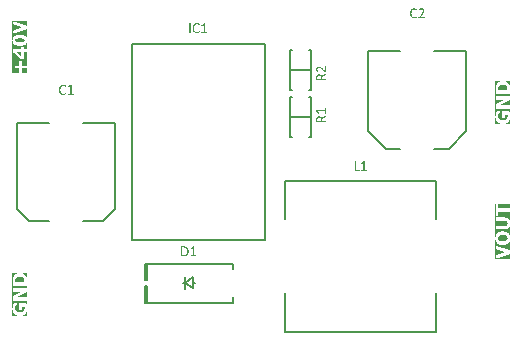
<source format=gto>
G04*
G04 #@! TF.GenerationSoftware,Altium Limited,Altium Designer,22.3.1 (43)*
G04*
G04 Layer_Color=65535*
%FSLAX25Y25*%
%MOIN*%
G70*
G04*
G04 #@! TF.SameCoordinates,05F4E2DF-3ACD-4F1C-B615-966E0BC44E0A*
G04*
G04*
G04 #@! TF.FilePolarity,Positive*
G04*
G01*
G75*
%ADD10C,0.00787*%
%ADD11C,0.00591*%
G36*
X350122Y308094D02*
X350162D01*
X350209Y308088D01*
X350308Y308071D01*
X350314D01*
X350331Y308065D01*
X350355Y308059D01*
X350390Y308053D01*
X350466Y308030D01*
X350553Y308001D01*
X350559D01*
X350571Y307995D01*
X350594Y307983D01*
X350623Y307972D01*
X350687Y307942D01*
X350757Y307907D01*
X350763D01*
X350769Y307902D01*
X350804Y307878D01*
X350845Y307849D01*
X350880Y307820D01*
X350885Y307814D01*
X350897Y307802D01*
X350915Y307785D01*
X350920Y307768D01*
X350926Y307756D01*
X350938Y307727D01*
Y307721D01*
X350944Y307709D01*
Y307692D01*
X350950Y307668D01*
Y307663D01*
X350955Y307651D01*
Y307622D01*
Y307593D01*
Y307587D01*
Y307563D01*
Y307540D01*
X350950Y307511D01*
Y307505D01*
X350944Y307488D01*
X350932Y307447D01*
Y307441D01*
X350926Y307435D01*
X350909Y307412D01*
X350903D01*
X350874Y307406D01*
X350868D01*
X350850Y307412D01*
X350815Y307423D01*
X350775Y307453D01*
X350763Y307458D01*
X350728Y307482D01*
X350681Y307517D01*
X350611Y307558D01*
X350606Y307563D01*
X350594Y307569D01*
X350571Y307581D01*
X350541Y307598D01*
X350506Y307616D01*
X350466Y307633D01*
X350366Y307668D01*
X350361D01*
X350343Y307674D01*
X350314Y307686D01*
X350273Y307698D01*
X350221Y307703D01*
X350162Y307715D01*
X350098Y307721D01*
X349988D01*
X349947Y307715D01*
X349894Y307709D01*
X349830Y307698D01*
X349766Y307686D01*
X349696Y307663D01*
X349626Y307633D01*
X349620Y307628D01*
X349597Y307616D01*
X349562Y307598D01*
X349521Y307569D01*
X349475Y307534D01*
X349422Y307488D01*
X349375Y307435D01*
X349323Y307377D01*
X349317Y307371D01*
X349300Y307348D01*
X349276Y307313D01*
X349253Y307260D01*
X349218Y307202D01*
X349183Y307132D01*
X349154Y307050D01*
X349125Y306963D01*
Y306951D01*
X349113Y306922D01*
X349107Y306870D01*
X349096Y306805D01*
X349084Y306724D01*
X349072Y306631D01*
X349066Y306526D01*
X349061Y306409D01*
Y306403D01*
Y306397D01*
Y306380D01*
Y306357D01*
X349066Y306298D01*
Y306223D01*
X349078Y306141D01*
X349090Y306048D01*
X349101Y305954D01*
X349125Y305861D01*
X349131Y305849D01*
X349136Y305820D01*
X349154Y305779D01*
X349177Y305721D01*
X349201Y305657D01*
X349236Y305593D01*
X349276Y305529D01*
X349317Y305465D01*
X349323Y305459D01*
X349340Y305441D01*
X349370Y305412D01*
X349405Y305377D01*
X349451Y305336D01*
X349504Y305296D01*
X349562Y305261D01*
X349626Y305226D01*
X349632Y305220D01*
X349661Y305214D01*
X349696Y305202D01*
X349748Y305185D01*
X349807Y305167D01*
X349877Y305156D01*
X349953Y305150D01*
X350040Y305144D01*
X350110D01*
X350157Y305150D01*
X350209Y305156D01*
X350261Y305161D01*
X350378Y305191D01*
X350384D01*
X350401Y305196D01*
X350431Y305208D01*
X350466Y305220D01*
X350541Y305255D01*
X350623Y305296D01*
X350629D01*
X350641Y305307D01*
X350658Y305319D01*
X350681Y305330D01*
X350740Y305365D01*
X350792Y305400D01*
X350798D01*
X350804Y305406D01*
X350833Y305430D01*
X350868Y305447D01*
X350897Y305453D01*
X350909D01*
X350926Y305441D01*
X350932D01*
X350938Y305435D01*
X350944Y305430D01*
X350950Y305412D01*
Y305406D01*
X350955Y305400D01*
Y305383D01*
X350961Y305354D01*
Y305348D01*
X350967Y305330D01*
Y305301D01*
Y305261D01*
Y305255D01*
Y305237D01*
Y305214D01*
X350961Y305185D01*
Y305179D01*
Y305167D01*
X350950Y305132D01*
X350944Y305121D01*
X350932Y305097D01*
Y305092D01*
X350926Y305086D01*
X350915Y305068D01*
X350897Y305051D01*
X350891Y305045D01*
X350874Y305033D01*
X350845Y305010D01*
X350792Y304975D01*
X350786D01*
X350780Y304963D01*
X350763Y304957D01*
X350740Y304940D01*
X350676Y304911D01*
X350594Y304870D01*
X350588D01*
X350571Y304864D01*
X350547Y304853D01*
X350518Y304841D01*
X350477Y304829D01*
X350431Y304818D01*
X350320Y304794D01*
X350314D01*
X350291Y304788D01*
X350261Y304783D01*
X350221Y304777D01*
X350168Y304771D01*
X350110Y304765D01*
X349982Y304759D01*
X349929D01*
X349865Y304765D01*
X349789Y304771D01*
X349702Y304783D01*
X349603Y304806D01*
X349504Y304829D01*
X349405Y304864D01*
X349393Y304870D01*
X349364Y304882D01*
X349317Y304911D01*
X349259Y304940D01*
X349189Y304987D01*
X349119Y305039D01*
X349043Y305103D01*
X348973Y305173D01*
X348967Y305185D01*
X348944Y305208D01*
X348909Y305255D01*
X348868Y305319D01*
X348827Y305389D01*
X348781Y305476D01*
X348734Y305575D01*
X348693Y305686D01*
Y305692D01*
X348687Y305698D01*
Y305715D01*
X348682Y305739D01*
X348670Y305768D01*
X348664Y305803D01*
X348647Y305890D01*
X348629Y305989D01*
X348618Y306112D01*
X348606Y306240D01*
X348600Y306386D01*
Y306392D01*
Y306403D01*
Y306427D01*
Y306456D01*
X348606Y306491D01*
Y306532D01*
X348612Y306625D01*
X348623Y306736D01*
X348641Y306858D01*
X348664Y306980D01*
X348699Y307103D01*
Y307109D01*
X348705Y307115D01*
X348711Y307132D01*
X348717Y307155D01*
X348740Y307214D01*
X348775Y307289D01*
X348816Y307377D01*
X348868Y307464D01*
X348926Y307558D01*
X348991Y307645D01*
X349002Y307657D01*
X349026Y307680D01*
X349066Y307721D01*
X349119Y307773D01*
X349189Y307826D01*
X349265Y307884D01*
X349352Y307937D01*
X349445Y307983D01*
X349451D01*
X349457Y307989D01*
X349492Y308001D01*
X349545Y308018D01*
X349620Y308042D01*
X349708Y308065D01*
X349807Y308082D01*
X349918Y308094D01*
X350034Y308100D01*
X350087D01*
X350122Y308094D01*
D02*
G37*
G36*
X352658Y308077D02*
X352663D01*
X352681Y308071D01*
X352704Y308065D01*
X352722Y308059D01*
X352728D01*
X352733Y308053D01*
X352745Y308047D01*
X352751Y308036D01*
X352757Y308030D01*
X352763Y308007D01*
Y305150D01*
X353363D01*
X353386Y305138D01*
X353392D01*
X353398Y305132D01*
X353416Y305103D01*
Y305097D01*
X353421Y305086D01*
X353427Y305068D01*
X353433Y305045D01*
Y305039D01*
X353439Y305027D01*
X353445Y304998D01*
Y304969D01*
Y304963D01*
Y304940D01*
X353439Y304917D01*
X353433Y304887D01*
Y304882D01*
X353427Y304870D01*
X353416Y304835D01*
X353410Y304823D01*
X353386Y304806D01*
X353375D01*
X353351Y304800D01*
X351637D01*
X351614Y304806D01*
X351608Y304812D01*
X351585Y304835D01*
Y304841D01*
X351579Y304853D01*
X351568Y304887D01*
Y304893D01*
Y304911D01*
X351562Y304934D01*
Y304969D01*
Y304975D01*
Y304998D01*
Y305022D01*
X351568Y305045D01*
Y305051D01*
X351573Y305068D01*
X351585Y305103D01*
Y305109D01*
X351591Y305115D01*
X351614Y305138D01*
X351620D01*
X351626Y305144D01*
X351649Y305150D01*
X352331D01*
Y307628D01*
X351702Y307254D01*
X351696Y307249D01*
X351672Y307237D01*
X351649Y307225D01*
X351626Y307220D01*
X351597D01*
X351579Y307231D01*
Y307237D01*
X351568Y307243D01*
X351562Y307260D01*
X351556Y307284D01*
Y307289D01*
Y307313D01*
X351550Y307342D01*
Y307383D01*
Y307388D01*
Y307406D01*
Y307453D01*
Y307458D01*
X351556Y307470D01*
Y307488D01*
X351562Y307505D01*
Y307511D01*
X351568Y307517D01*
X351579Y307540D01*
X351585Y307546D01*
X351591Y307552D01*
X351620Y307569D01*
X352366Y308047D01*
X352372Y308053D01*
X352390Y308059D01*
X352395D01*
X352401Y308065D01*
X352430Y308071D01*
X352436D01*
X352448Y308077D01*
X352489D01*
X352506Y308082D01*
X352623D01*
X352658Y308077D01*
D02*
G37*
G36*
X338000Y231000D02*
X337898D01*
X335529D01*
X335740Y231007D01*
X335944Y231029D01*
X336134Y231058D01*
X336316Y231102D01*
X336476Y231153D01*
X336630Y231211D01*
X336761Y231270D01*
X336885Y231335D01*
X336994Y231394D01*
X337089Y231452D01*
X337169Y231510D01*
X337242Y231561D01*
X337293Y231605D01*
X337329Y231634D01*
X337351Y231656D01*
X337358Y231663D01*
X337468Y231795D01*
X337570Y231933D01*
X337657Y232072D01*
X337730Y232225D01*
X337789Y232370D01*
X337840Y232516D01*
X337883Y232662D01*
X337920Y232801D01*
X337949Y232932D01*
X337964Y233056D01*
X337978Y233165D01*
X337993Y233260D01*
Y233333D01*
X338000Y233391D01*
Y231656D01*
Y233442D01*
X337993Y233624D01*
X337978Y233799D01*
X337964Y233967D01*
X337942Y234120D01*
X337920Y234244D01*
X337913Y234295D01*
X337898Y234339D01*
X337891Y234375D01*
Y234404D01*
X337883Y234419D01*
Y234426D01*
X337840Y234609D01*
X337789Y234769D01*
X337752Y234907D01*
X337716Y235024D01*
X337679Y235119D01*
X337657Y235185D01*
X337643Y235228D01*
X337635Y235243D01*
X338000D01*
X334969D01*
X335295D01*
Y233165D01*
X336192D01*
Y234091D01*
X337125D01*
X337133Y234040D01*
Y233785D01*
X337125Y233654D01*
X337118Y233530D01*
X337096Y233413D01*
X337074Y233304D01*
X337038Y233202D01*
X337009Y233107D01*
X336972Y233019D01*
X336936Y232946D01*
X336899Y232881D01*
X336863Y232815D01*
X336826Y232764D01*
X336797Y232720D01*
X336775Y232691D01*
X336753Y232669D01*
X336746Y232655D01*
X336739Y232647D01*
X336659Y232575D01*
X336571Y232509D01*
X336476Y232458D01*
X336382Y232407D01*
X336280Y232370D01*
X336177Y232334D01*
X335981Y232283D01*
X335886Y232269D01*
X335798Y232254D01*
X335718Y232247D01*
X335653Y232239D01*
X335594Y232232D01*
X335551D01*
X335521D01*
X335514D01*
X335376Y232239D01*
X335244Y232247D01*
X335128Y232269D01*
X335033Y232290D01*
X334946Y232305D01*
X334887Y232327D01*
X334851Y232334D01*
X334836Y232341D01*
X334727Y232385D01*
X334632Y232436D01*
X334552Y232480D01*
X334479Y232531D01*
X334421Y232567D01*
X334384Y232604D01*
X334355Y232626D01*
X334348Y232633D01*
X334275Y232706D01*
X334216Y232786D01*
X334166Y232859D01*
X334129Y232932D01*
X334100Y232990D01*
X334071Y233034D01*
X334063Y233070D01*
X334056Y233078D01*
X334020Y233172D01*
X333998Y233275D01*
X333976Y233369D01*
X333969Y233457D01*
X333961Y233530D01*
X333954Y233588D01*
Y233734D01*
X333969Y233828D01*
X333976Y233909D01*
X333991Y233989D01*
X334005Y234047D01*
X334012Y234091D01*
X334027Y234127D01*
Y234135D01*
X334056Y234222D01*
X334085Y234295D01*
X334114Y234368D01*
X334144Y234434D01*
X334166Y234477D01*
X334187Y234521D01*
X334195Y234543D01*
X334202Y234550D01*
X334275Y234667D01*
X334340Y234762D01*
X334370Y234805D01*
X334391Y234835D01*
X334406Y234856D01*
X334413Y234864D01*
X334493Y234973D01*
X334523Y235010D01*
X334544Y235046D01*
X334566Y235075D01*
X334581Y235097D01*
X334596Y235104D01*
Y235221D01*
X333488D01*
X333415Y235075D01*
X333356Y234929D01*
X333305Y234798D01*
X333261Y234681D01*
X333225Y234587D01*
X333203Y234514D01*
X333196Y234485D01*
X333189Y234463D01*
X333181Y234455D01*
Y234448D01*
X333145Y234302D01*
X333116Y234142D01*
X333094Y233982D01*
X333079Y233821D01*
X333072Y233690D01*
X333065Y233632D01*
Y235243D01*
D01*
Y245412D01*
X337898D01*
X335730D01*
X337898D01*
Y242832D01*
X337891Y243007D01*
X337876Y243160D01*
X337861Y243298D01*
X337854Y243415D01*
X337847Y243459D01*
X337840Y243502D01*
Y243531D01*
X337832Y243553D01*
Y243575D01*
X337803Y243736D01*
X337759Y243889D01*
X337708Y244027D01*
X337657Y244144D01*
X337606Y244246D01*
X337563Y244319D01*
X337548Y244348D01*
X337533Y244370D01*
X337526Y244377D01*
Y244384D01*
X337409Y244545D01*
X337278Y244691D01*
X337147Y244815D01*
X337016Y244917D01*
X336899Y245004D01*
X336856Y245040D01*
X336812Y245070D01*
X336775Y245092D01*
X336746Y245106D01*
X336732Y245121D01*
X336724D01*
X336520Y245216D01*
X336316Y245288D01*
X336119Y245339D01*
X335930Y245376D01*
X335849Y245391D01*
X335776Y245398D01*
X335704Y245405D01*
X335645D01*
X335602Y245412D01*
X333152D01*
X335536D01*
X335288Y245398D01*
X335055Y245369D01*
X334851Y245325D01*
X334763Y245303D01*
X334676Y245274D01*
X334603Y245245D01*
X334537Y245223D01*
X334479Y245201D01*
X334428Y245179D01*
X334391Y245164D01*
X334362Y245150D01*
X334348Y245135D01*
X334340D01*
X334158Y245026D01*
X333998Y244909D01*
X333859Y244785D01*
X333743Y244669D01*
X333655Y244559D01*
X333582Y244479D01*
X333560Y244443D01*
X333546Y244421D01*
X333531Y244406D01*
Y244399D01*
X333444Y244253D01*
X333378Y244107D01*
X333320Y243969D01*
X333283Y243845D01*
X333254Y243736D01*
X333240Y243692D01*
X333232Y243648D01*
X333225Y243619D01*
X333218Y243597D01*
Y243575D01*
X333196Y243408D01*
X333181Y243247D01*
X333167Y243087D01*
X333159Y242948D01*
X333152Y242824D01*
Y241170D01*
X337898D01*
Y245412D01*
X338000D01*
Y231000D01*
D02*
G37*
G36*
X335689Y244173D02*
X335842Y244158D01*
X335981Y244129D01*
X336090Y244107D01*
X336185Y244078D01*
X336258Y244049D01*
X336301Y244035D01*
X336309Y244027D01*
X336316D01*
X336433Y243962D01*
X336527Y243889D01*
X336615Y243816D01*
X336688Y243743D01*
X336746Y243677D01*
X336783Y243626D01*
X336812Y243590D01*
X336819Y243575D01*
X336870Y243480D01*
X336914Y243386D01*
X336943Y243298D01*
X336965Y243218D01*
X336979Y243152D01*
X336987Y243101D01*
X336994Y243065D01*
Y242941D01*
X337001Y242832D01*
Y242358D01*
X334034D01*
Y242635D01*
X334042Y242737D01*
Y242905D01*
X334049Y242963D01*
Y243007D01*
X334056Y243109D01*
X334078Y243203D01*
X334100Y243284D01*
X334129Y243364D01*
X334151Y243429D01*
X334173Y243473D01*
X334187Y243510D01*
X334195Y243517D01*
X334275Y243634D01*
X334355Y243736D01*
X334442Y243823D01*
X334530Y243889D01*
X334603Y243947D01*
X334661Y243984D01*
X334705Y244005D01*
X334712Y244013D01*
X334719D01*
X334851Y244071D01*
X334982Y244107D01*
X335120Y244137D01*
X335244Y244158D01*
X335354Y244173D01*
X335405D01*
X335441Y244180D01*
X335478D01*
X335500D01*
X335514D01*
X335521D01*
X335689Y244173D01*
D02*
G37*
G36*
X333072Y233267D02*
X333094Y233070D01*
X333130Y232881D01*
X333167Y232706D01*
X333225Y232545D01*
X333276Y232400D01*
X333342Y232261D01*
X333400Y232137D01*
X333466Y232028D01*
X333531Y231933D01*
X333582Y231853D01*
X333633Y231787D01*
X333677Y231729D01*
X333714Y231693D01*
X333735Y231671D01*
X333743Y231663D01*
X333874Y231547D01*
X334012Y231445D01*
X334158Y231357D01*
X334304Y231277D01*
X334457Y231219D01*
X334603Y231160D01*
X334749Y231117D01*
X334887Y231080D01*
X335018Y231058D01*
X335142Y231036D01*
X335252Y231022D01*
X335346Y231007D01*
X335419D01*
X335478Y231000D01*
X333065D01*
Y233479D01*
X333072Y233267D01*
D02*
G37*
G36*
X498898Y266884D02*
X495056D01*
Y268283D01*
X498898D01*
Y266884D01*
D02*
G37*
G36*
X499000Y250000D02*
X498898D01*
X494152D01*
X498898Y251626D01*
Y252872D01*
X494152Y254505D01*
X498898D01*
X494152D01*
Y250000D01*
X494050D01*
Y254666D01*
X495114D01*
X494050D01*
Y256962D01*
X494057Y256765D01*
X494079Y256583D01*
X494108Y256408D01*
X494152Y256240D01*
X494203Y256094D01*
X494262Y255956D01*
X494320Y255825D01*
X494385Y255715D01*
X494451Y255613D01*
X494509Y255519D01*
X494568Y255446D01*
X494619Y255380D01*
X494655Y255336D01*
X494692Y255300D01*
X494713Y255278D01*
X494721Y255271D01*
X494852Y255161D01*
X494990Y255074D01*
X495136Y254994D01*
X495282Y254921D01*
X495435Y254862D01*
X495581Y254811D01*
X495734Y254775D01*
X495873Y254738D01*
X496004Y254717D01*
X496128Y254695D01*
X496244Y254688D01*
X496339Y254673D01*
X496419D01*
X496478Y254666D01*
X496529D01*
X496733Y254673D01*
X496930Y254695D01*
X497119Y254724D01*
X497294Y254760D01*
X497455Y254804D01*
X497600Y254855D01*
X497739Y254913D01*
X497856Y254972D01*
X497965Y255023D01*
X498067Y255081D01*
X498147Y255132D01*
X498213Y255176D01*
X498264Y255212D01*
X498307Y255241D01*
X498329Y255263D01*
X498337Y255271D01*
X498453Y255387D01*
X498555Y255519D01*
X498643Y255657D01*
X498723Y255796D01*
X498781Y255934D01*
X498840Y256073D01*
X498883Y256211D01*
X498920Y256350D01*
X498942Y256473D01*
X498964Y256590D01*
X498978Y256692D01*
X498993Y256787D01*
Y256860D01*
X499000Y256918D01*
Y254666D01*
D01*
D01*
Y259266D01*
D01*
Y256962D01*
X498993Y257159D01*
X498971Y257341D01*
X498942Y257516D01*
X498898Y257676D01*
X498847Y257829D01*
X498789Y257968D01*
X498730Y258092D01*
X498672Y258208D01*
X498614Y258311D01*
X498548Y258398D01*
X498497Y258471D01*
X498446Y258537D01*
X498402Y258580D01*
X498373Y258617D01*
X498351Y258639D01*
X498344Y258646D01*
X498213Y258755D01*
X498074Y258850D01*
X497928Y258930D01*
X497783Y259003D01*
X497629Y259062D01*
X497476Y259113D01*
X497331Y259156D01*
X497185Y259185D01*
X497054Y259215D01*
X496930Y259236D01*
X496813Y259244D01*
X496718Y259258D01*
X496638D01*
X496580Y259266D01*
X496529D01*
D01*
D01*
D01*
X495817D01*
X496529D01*
X496317Y259258D01*
X496120Y259236D01*
X495931Y259207D01*
X495756Y259171D01*
X495596Y259120D01*
X495450Y259069D01*
X495311Y259010D01*
X495187Y258959D01*
X495078Y258901D01*
X494983Y258843D01*
X494903Y258792D01*
X494837Y258741D01*
X494779Y258704D01*
X494743Y258675D01*
X494721Y258653D01*
X494713Y258646D01*
X494597Y258529D01*
X494495Y258398D01*
X494407Y258267D01*
X494327Y258128D01*
X494269Y257982D01*
X494210Y257844D01*
X494167Y257705D01*
X494130Y257574D01*
X494108Y257450D01*
X494087Y257334D01*
X494072Y257232D01*
X494057Y257137D01*
Y257064D01*
X494050Y257013D01*
Y259266D01*
D01*
Y268283D01*
X498898D01*
X494152D01*
Y264296D01*
X495056D01*
Y265695D01*
X498898D01*
Y268283D01*
X499000D01*
Y250000D01*
D02*
G37*
G36*
X496828Y258019D02*
X496951Y258004D01*
X497054Y257990D01*
X497141Y257975D01*
X497199Y257961D01*
X497236Y257953D01*
X497250Y257946D01*
X497353Y257910D01*
X497440Y257873D01*
X497527Y257837D01*
X497593Y257800D01*
X497651Y257764D01*
X497695Y257735D01*
X497724Y257720D01*
X497731Y257713D01*
X497797Y257655D01*
X497856Y257596D01*
X497906Y257538D01*
X497950Y257487D01*
X497979Y257443D01*
X498001Y257407D01*
X498009Y257378D01*
X498016Y257370D01*
X498045Y257297D01*
X498067Y257224D01*
X498081Y257152D01*
X498089Y257093D01*
X498096Y257042D01*
X498103Y256998D01*
Y256962D01*
X498096Y256889D01*
X498089Y256816D01*
X498074Y256743D01*
X498060Y256685D01*
X498045Y256634D01*
X498038Y256597D01*
X498023Y256568D01*
Y256561D01*
X497987Y256495D01*
X497943Y256430D01*
X497892Y256371D01*
X497848Y256320D01*
X497804Y256277D01*
X497768Y256247D01*
X497746Y256226D01*
X497739Y256218D01*
X497659Y256167D01*
X497578Y256116D01*
X497498Y256073D01*
X497425Y256043D01*
X497360Y256014D01*
X497301Y255992D01*
X497272Y255985D01*
X497258Y255978D01*
X497141Y255949D01*
X497017Y255934D01*
X496901Y255920D01*
X496784Y255905D01*
X496682D01*
X496602Y255898D01*
X496572D01*
X496551D01*
X496536D01*
X496529D01*
X496376Y255905D01*
X496237Y255912D01*
X496113Y255927D01*
X496004Y255941D01*
X495916Y255956D01*
X495851Y255971D01*
X495814Y255985D01*
X495800D01*
X495690Y256021D01*
X495596Y256058D01*
X495508Y256094D01*
X495442Y256138D01*
X495384Y256167D01*
X495348Y256196D01*
X495319Y256211D01*
X495311Y256218D01*
X495238Y256284D01*
X495180Y256342D01*
X495129Y256401D01*
X495093Y256452D01*
X495063Y256495D01*
X495042Y256532D01*
X495027Y256554D01*
Y256561D01*
X494998Y256634D01*
X494983Y256699D01*
X494969Y256765D01*
X494954Y256831D01*
Y256882D01*
X494947Y256926D01*
Y257042D01*
X494961Y257115D01*
X494976Y257181D01*
X494990Y257239D01*
X495005Y257290D01*
X495020Y257334D01*
X495027Y257356D01*
X495034Y257363D01*
X495071Y257436D01*
X495114Y257494D01*
X495158Y257552D01*
X495202Y257604D01*
X495246Y257647D01*
X495282Y257676D01*
X495304Y257698D01*
X495311Y257705D01*
X495391Y257757D01*
X495472Y257800D01*
X495552Y257844D01*
X495632Y257880D01*
X495705Y257902D01*
X495756Y257924D01*
X495792Y257931D01*
X495807Y257939D01*
X495924Y257968D01*
X496047Y257997D01*
X496164Y258012D01*
X496281Y258019D01*
X496376Y258026D01*
X496456Y258034D01*
X496485D01*
X496507D01*
X496521D01*
X496529D01*
X496689D01*
X496828Y258019D01*
D02*
G37*
G36*
X497382Y252267D02*
X494152Y251232D01*
Y253302D01*
X497382Y252267D01*
D02*
G37*
G36*
X496288Y309398D02*
X496055Y309369D01*
X495851Y309325D01*
X495763Y309303D01*
X495676Y309274D01*
X495603Y309245D01*
X495537Y309223D01*
X495479Y309201D01*
X495428Y309179D01*
X495391Y309165D01*
X495362Y309150D01*
X495348Y309135D01*
X495340D01*
X495158Y309026D01*
X494998Y308909D01*
X494859Y308785D01*
X494743Y308669D01*
X494655Y308559D01*
X494582Y308479D01*
X494560Y308443D01*
X494546Y308421D01*
X494531Y308406D01*
Y308399D01*
X494444Y308253D01*
X494378Y308107D01*
X494320Y307969D01*
X494283Y307845D01*
X494254Y307736D01*
X494240Y307692D01*
X494232Y307648D01*
X494225Y307619D01*
X494218Y307597D01*
Y307575D01*
X494196Y307408D01*
X494181Y307247D01*
X494167Y307087D01*
X494159Y306948D01*
X494152Y306824D01*
Y309412D01*
X496536D01*
X496288Y309398D01*
D02*
G37*
G36*
X496689Y308173D02*
X496842Y308158D01*
X496981Y308129D01*
X497090Y308107D01*
X497185Y308078D01*
X497258Y308049D01*
X497301Y308034D01*
X497309Y308027D01*
X497316D01*
X497433Y307962D01*
X497527Y307889D01*
X497615Y307816D01*
X497688Y307743D01*
X497746Y307677D01*
X497783Y307626D01*
X497812Y307590D01*
X497819Y307575D01*
X497870Y307481D01*
X497914Y307386D01*
X497943Y307298D01*
X497965Y307218D01*
X497979Y307152D01*
X497987Y307101D01*
X497994Y307065D01*
Y306941D01*
X498001Y306832D01*
Y306358D01*
X495034D01*
Y306635D01*
X495042Y306737D01*
Y306905D01*
X495049Y306963D01*
Y307007D01*
X495056Y307109D01*
X495078Y307204D01*
X495100Y307284D01*
X495129Y307364D01*
X495151Y307429D01*
X495173Y307473D01*
X495187Y307510D01*
X495195Y307517D01*
X495275Y307634D01*
X495355Y307736D01*
X495442Y307823D01*
X495530Y307889D01*
X495603Y307947D01*
X495661Y307983D01*
X495705Y308005D01*
X495712Y308013D01*
X495719D01*
X495851Y308071D01*
X495982Y308107D01*
X496120Y308137D01*
X496244Y308158D01*
X496354Y308173D01*
X496405D01*
X496441Y308180D01*
X496478D01*
X496499D01*
X496514D01*
X496521D01*
X496689Y308173D01*
D02*
G37*
G36*
X499000Y295000D02*
X498898D01*
X496529D01*
X496740Y295007D01*
X496944Y295029D01*
X497134Y295058D01*
X497316Y295102D01*
X497476Y295153D01*
X497629Y295211D01*
X497761Y295270D01*
X497885Y295335D01*
X497994Y295394D01*
X498089Y295452D01*
X498169Y295510D01*
X498242Y295561D01*
X498293Y295605D01*
X498329Y295634D01*
X498351Y295656D01*
X498358Y295663D01*
X498468Y295795D01*
X498570Y295933D01*
X498657Y296072D01*
X498730Y296225D01*
X498789Y296371D01*
X498840Y296516D01*
X498883Y296662D01*
X498920Y296801D01*
X498949Y296932D01*
X498964Y297056D01*
X498978Y297165D01*
X498993Y297260D01*
Y297333D01*
X499000Y297391D01*
Y295656D01*
Y297442D01*
X498993Y297624D01*
X498978Y297799D01*
X498964Y297967D01*
X498942Y298120D01*
X498920Y298244D01*
X498912Y298295D01*
X498898Y298339D01*
X498891Y298375D01*
Y298404D01*
X498883Y298419D01*
Y298426D01*
X498840Y298609D01*
X498789Y298769D01*
X498752Y298907D01*
X498716Y299024D01*
X498679Y299119D01*
X498657Y299184D01*
X498643Y299228D01*
X498635Y299243D01*
X499000D01*
X496295D01*
D01*
X495969D01*
X496295D01*
Y297165D01*
X497192D01*
Y298091D01*
X498125D01*
X498133Y298040D01*
Y297785D01*
X498125Y297654D01*
X498118Y297530D01*
X498096Y297413D01*
X498074Y297304D01*
X498038Y297202D01*
X498009Y297107D01*
X497972Y297019D01*
X497936Y296946D01*
X497899Y296881D01*
X497863Y296815D01*
X497826Y296764D01*
X497797Y296720D01*
X497775Y296691D01*
X497753Y296669D01*
X497746Y296655D01*
X497739Y296648D01*
X497659Y296575D01*
X497571Y296509D01*
X497476Y296458D01*
X497382Y296407D01*
X497280Y296371D01*
X497178Y296334D01*
X496981Y296283D01*
X496886Y296269D01*
X496798Y296254D01*
X496718Y296247D01*
X496653Y296239D01*
X496594Y296232D01*
X496551D01*
X496521D01*
X496514D01*
X496376Y296239D01*
X496244Y296247D01*
X496128Y296269D01*
X496033Y296290D01*
X495946Y296305D01*
X495887Y296327D01*
X495851Y296334D01*
X495836Y296341D01*
X495727Y296385D01*
X495632Y296436D01*
X495552Y296480D01*
X495479Y296531D01*
X495421Y296567D01*
X495384Y296604D01*
X495355Y296626D01*
X495348Y296633D01*
X495275Y296706D01*
X495217Y296786D01*
X495165Y296859D01*
X495129Y296932D01*
X495100Y296990D01*
X495071Y297034D01*
X495063Y297070D01*
X495056Y297078D01*
X495020Y297172D01*
X494998Y297274D01*
X494976Y297369D01*
X494969Y297457D01*
X494961Y297530D01*
X494954Y297588D01*
Y297734D01*
X494969Y297829D01*
X494976Y297909D01*
X494990Y297989D01*
X495005Y298047D01*
X495012Y298091D01*
X495027Y298127D01*
Y298135D01*
X495056Y298222D01*
X495085Y298295D01*
X495114Y298368D01*
X495144Y298434D01*
X495165Y298477D01*
X495187Y298521D01*
X495195Y298543D01*
X495202Y298550D01*
X495275Y298667D01*
X495340Y298762D01*
X495370Y298805D01*
X495391Y298834D01*
X495406Y298856D01*
X495413Y298864D01*
X495494Y298973D01*
X495523Y299009D01*
X495544Y299046D01*
X495566Y299075D01*
X495581Y299097D01*
X495596Y299104D01*
Y299221D01*
X494487D01*
X494415Y299075D01*
X494356Y298929D01*
X494305Y298798D01*
X494262Y298681D01*
X494225Y298587D01*
X494203Y298514D01*
X494196Y298485D01*
X494189Y298463D01*
X494181Y298456D01*
Y298448D01*
X494145Y298302D01*
X494116Y298142D01*
X494094Y297982D01*
X494079Y297821D01*
X494072Y297690D01*
X494065Y297632D01*
Y299243D01*
D01*
Y309412D01*
X498898D01*
X494152D01*
Y305170D01*
X498898D01*
Y306832D01*
X498891Y307007D01*
X498876Y307160D01*
X498862Y307298D01*
X498854Y307415D01*
X498847Y307459D01*
X498840Y307502D01*
Y307531D01*
X498832Y307553D01*
Y307575D01*
X498803Y307736D01*
X498759Y307889D01*
X498708Y308027D01*
X498657Y308144D01*
X498606Y308246D01*
X498563Y308319D01*
X498548Y308348D01*
X498533Y308370D01*
X498526Y308377D01*
Y308384D01*
X498410Y308545D01*
X498278Y308691D01*
X498147Y308815D01*
X498016Y308917D01*
X497899Y309004D01*
X497856Y309040D01*
X497812Y309070D01*
X497775Y309092D01*
X497746Y309106D01*
X497731Y309121D01*
X497724D01*
X497520Y309215D01*
X497316Y309288D01*
X497119Y309339D01*
X496930Y309376D01*
X496849Y309390D01*
X496777Y309398D01*
X496704Y309405D01*
X496645D01*
X496602Y309412D01*
X498898D01*
X499000D01*
Y295000D01*
D02*
G37*
G36*
X494072Y297267D02*
X494094Y297070D01*
X494130Y296881D01*
X494167Y296706D01*
X494225Y296546D01*
X494276Y296400D01*
X494342Y296261D01*
X494400Y296137D01*
X494466Y296028D01*
X494531Y295933D01*
X494582Y295853D01*
X494633Y295787D01*
X494677Y295729D01*
X494713Y295692D01*
X494735Y295671D01*
X494743Y295663D01*
X494874Y295547D01*
X495012Y295445D01*
X495158Y295357D01*
X495304Y295277D01*
X495457Y295219D01*
X495603Y295160D01*
X495749Y295117D01*
X495887Y295080D01*
X496018Y295058D01*
X496142Y295037D01*
X496252Y295022D01*
X496346Y295007D01*
X496419D01*
X496478Y295000D01*
X494065D01*
Y297479D01*
X494072Y297267D01*
D02*
G37*
G36*
X336396Y327236D02*
X333167Y326201D01*
Y328271D01*
X336396Y327236D01*
D02*
G37*
G36*
X335325Y324765D02*
X335128Y324758D01*
X334946Y324743D01*
X334792Y324721D01*
X334719Y324714D01*
X334661Y324699D01*
X334610Y324692D01*
X334566Y324685D01*
X334530Y324677D01*
X334508D01*
X334493Y324670D01*
X334486D01*
X334319Y324626D01*
X334166Y324583D01*
X334034Y324532D01*
X333925Y324481D01*
X333837Y324429D01*
X333772Y324393D01*
X333728Y324364D01*
X333714Y324357D01*
X333597Y324269D01*
X333502Y324174D01*
X333422Y324079D01*
X333349Y323992D01*
X333298Y323912D01*
X333261Y323853D01*
X333240Y323810D01*
X333232Y323802D01*
Y323795D01*
X333174Y323664D01*
X333138Y323518D01*
X333108Y323372D01*
X333086Y323241D01*
X333072Y323125D01*
Y323074D01*
X333065Y323030D01*
Y324772D01*
X335543D01*
X335325Y324765D01*
D02*
G37*
G36*
X335849Y323569D02*
X335981Y323562D01*
X336105Y323555D01*
X336221Y323540D01*
X336316Y323526D01*
X336411Y323511D01*
X336491Y323504D01*
X336564Y323489D01*
X336622Y323475D01*
X336673Y323460D01*
X336710Y323445D01*
X336746Y323438D01*
X336768Y323431D01*
X336775Y323423D01*
X336783D01*
X336848Y323394D01*
X336899Y323358D01*
X336950Y323329D01*
X336987Y323285D01*
X337052Y323205D01*
X337096Y323132D01*
X337118Y323059D01*
X337133Y323001D01*
X337140Y322957D01*
Y322942D01*
X337133Y322884D01*
X337125Y322826D01*
X337082Y322724D01*
X337023Y322636D01*
X336958Y322570D01*
X336892Y322519D01*
X336841Y322483D01*
X336797Y322461D01*
X336790Y322454D01*
X336783D01*
X336710Y322432D01*
X336622Y322403D01*
X336535Y322388D01*
X336433Y322366D01*
X336228Y322344D01*
X336024Y322330D01*
X335930Y322323D01*
X335842Y322315D01*
X335755D01*
X335682Y322308D01*
X335624D01*
X335580D01*
X335551D01*
X335543D01*
X335383D01*
X335237Y322315D01*
X335099Y322323D01*
X334975Y322330D01*
X334858Y322344D01*
X334756Y322352D01*
X334668Y322366D01*
X334588Y322381D01*
X334515Y322395D01*
X334457Y322410D01*
X334406Y322417D01*
X334370Y322432D01*
X334333Y322439D01*
X334311Y322447D01*
X334304Y322454D01*
X334297D01*
X334231Y322483D01*
X334180Y322519D01*
X334129Y322556D01*
X334093Y322592D01*
X334027Y322673D01*
X333983Y322753D01*
X333961Y322826D01*
X333947Y322884D01*
X333940Y322928D01*
Y322942D01*
X333947Y323008D01*
X333954Y323059D01*
X333998Y323161D01*
X334049Y323249D01*
X334114Y323314D01*
X334180Y323365D01*
X334238Y323402D01*
X334282Y323423D01*
X334289Y323431D01*
X334297D01*
X334370Y323460D01*
X334450Y323482D01*
X334544Y323496D01*
X334639Y323518D01*
X334851Y323540D01*
X335055Y323562D01*
X335150D01*
X335244Y323569D01*
X335325D01*
X335398Y323576D01*
X335456D01*
X335507D01*
X335536D01*
X335543D01*
X335704D01*
X335849Y323569D01*
D02*
G37*
G36*
X337913Y329474D02*
X333167D01*
Y324969D01*
D01*
X337913Y326595D01*
Y327841D01*
X333167Y329474D01*
X337913D01*
X338015D01*
Y312000D01*
X337861D01*
D01*
X336236D01*
Y313626D01*
X337861D01*
Y316090D01*
Y314464D01*
X336236D01*
Y316090D01*
X333786D01*
Y312000D01*
X333065D01*
Y321112D01*
X334436D01*
X333065D01*
Y322942D01*
X333072Y322767D01*
X333086Y322607D01*
X333116Y322461D01*
X333145Y322337D01*
X333174Y322242D01*
X333203Y322169D01*
X333210Y322140D01*
X333218Y322118D01*
X333225Y322111D01*
Y322104D01*
X333291Y321980D01*
X333364Y321863D01*
X333436Y321769D01*
X333517Y321688D01*
X333582Y321616D01*
X333641Y321572D01*
X333677Y321535D01*
X333684Y321528D01*
X333692D01*
X333816Y321448D01*
X333954Y321382D01*
X334078Y321324D01*
X334202Y321280D01*
X334304Y321251D01*
X334391Y321229D01*
X334421Y321215D01*
X334442D01*
X334457Y321207D01*
X334464D01*
X334639Y321178D01*
X334822Y321156D01*
X335004Y321134D01*
X335172Y321127D01*
X335244Y321120D01*
X335317D01*
X335383Y321112D01*
X335543D01*
X335762Y321120D01*
X335966Y321127D01*
X336148Y321142D01*
X336309Y321164D01*
X336374Y321171D01*
X336440Y321178D01*
X336491Y321185D01*
X336535Y321193D01*
X336571Y321200D01*
X336593D01*
X336608Y321207D01*
X336615D01*
X336783Y321251D01*
X336928Y321302D01*
X337060Y321353D01*
X337176Y321404D01*
X337264Y321448D01*
X337329Y321484D01*
X337373Y321514D01*
X337380Y321521D01*
X337388D01*
X337497Y321608D01*
X337592Y321703D01*
X337672Y321798D01*
X337745Y321892D01*
X337796Y321973D01*
X337832Y322031D01*
X337854Y322075D01*
X337861Y322082D01*
Y322089D01*
X337913Y322228D01*
X337949Y322374D01*
X337978Y322512D01*
X337993Y322651D01*
X338007Y322767D01*
Y322818D01*
X338015Y322862D01*
Y322942D01*
X338007Y323125D01*
X337993Y323285D01*
X337964Y323431D01*
X337934Y323555D01*
X337913Y323657D01*
X337883Y323730D01*
X337876Y323751D01*
X337869Y323773D01*
X337861Y323781D01*
Y323788D01*
X337796Y323912D01*
X337723Y324021D01*
X337643Y324123D01*
X337570Y324203D01*
X337497Y324269D01*
X337446Y324320D01*
X337409Y324349D01*
X337395Y324357D01*
X337271Y324429D01*
X337140Y324495D01*
X337016Y324546D01*
X336892Y324590D01*
X336783Y324626D01*
X336695Y324648D01*
X336666Y324663D01*
X336644D01*
X336630Y324670D01*
X336622D01*
X336440Y324707D01*
X336258Y324728D01*
X336075Y324750D01*
X335908Y324758D01*
X335828Y324765D01*
X335762D01*
X335696Y324772D01*
X338015D01*
X333065D01*
Y329474D01*
X337913D01*
D02*
G37*
G36*
X335412Y314464D02*
X333786D01*
Y316090D01*
X335412D01*
Y314464D01*
D02*
G37*
G36*
Y312000D02*
X333786D01*
Y313626D01*
X335412D01*
Y312000D01*
D02*
G37*
G36*
X437510Y314344D02*
X437539Y314338D01*
X437545D01*
X437562Y314332D01*
X437603Y314320D01*
X437609D01*
X437615Y314315D01*
X437638Y314291D01*
Y314280D01*
X437644Y314250D01*
Y312426D01*
X437638Y312385D01*
Y312379D01*
X437632Y312373D01*
X437609Y312344D01*
X437603D01*
X437597Y312332D01*
X437580Y312327D01*
X437557Y312315D01*
X437551D01*
X437528D01*
X437498Y312309D01*
X437458D01*
X437446D01*
X437428D01*
X437399D01*
X437370D01*
X437364D01*
X437347Y312315D01*
X437306Y312327D01*
X437300D01*
X437288Y312332D01*
X437248Y312356D01*
X437242Y312362D01*
X437230Y312373D01*
X437207Y312391D01*
X437184Y312408D01*
X436513Y313061D01*
X436501Y313073D01*
X436472Y313096D01*
X436431Y313143D01*
X436379Y313189D01*
X436315Y313248D01*
X436245Y313312D01*
X436175Y313370D01*
X436105Y313422D01*
X436099Y313428D01*
X436076Y313446D01*
X436035Y313469D01*
X435994Y313504D01*
X435942Y313533D01*
X435883Y313568D01*
X435825Y313603D01*
X435767Y313632D01*
X435761Y313638D01*
X435744Y313644D01*
X435714Y313656D01*
X435674Y313673D01*
X435586Y313708D01*
X435493Y313732D01*
X435487D01*
X435469Y313737D01*
X435446Y313743D01*
X435417Y313749D01*
X435341Y313755D01*
X435260Y313761D01*
X435254D01*
X435242D01*
X435219D01*
X435190Y313755D01*
X435125Y313743D01*
X435055Y313720D01*
X435050D01*
X435038Y313714D01*
X435021Y313708D01*
X434997Y313697D01*
X434945Y313662D01*
X434887Y313615D01*
X434881Y313609D01*
X434875Y313603D01*
X434846Y313568D01*
X434805Y313510D01*
X434770Y313440D01*
Y313434D01*
X434764Y313422D01*
X434752Y313399D01*
X434747Y313370D01*
X434735Y313335D01*
X434729Y313294D01*
X434723Y313201D01*
Y313143D01*
X434729Y313108D01*
X434735Y313061D01*
X434741Y313014D01*
X434770Y312915D01*
Y312910D01*
X434776Y312892D01*
X434787Y312869D01*
X434799Y312840D01*
X434828Y312770D01*
X434863Y312694D01*
Y312688D01*
X434869Y312676D01*
X434881Y312659D01*
X434892Y312641D01*
X434927Y312589D01*
X434956Y312536D01*
X434962Y312525D01*
X434974Y312501D01*
X434991Y312466D01*
X434997Y312437D01*
Y312426D01*
X434991Y312402D01*
X434980Y312396D01*
X434956Y312379D01*
X434951D01*
X434939Y312373D01*
X434922D01*
X434898Y312367D01*
X434892D01*
X434869D01*
X434840D01*
X434805D01*
X434799D01*
X434782D01*
X434741D01*
X434735D01*
X434723D01*
X434694Y312373D01*
X434688D01*
X434682Y312379D01*
X434653Y312391D01*
X434647D01*
X434642Y312402D01*
X434630Y312414D01*
X434613Y312431D01*
X434607Y312437D01*
X434589Y312455D01*
X434566Y312490D01*
X434537Y312536D01*
Y312542D01*
X434531Y312548D01*
X434519Y312565D01*
X434508Y312589D01*
X434478Y312647D01*
X434449Y312723D01*
Y312729D01*
X434443Y312746D01*
X434432Y312770D01*
X434420Y312799D01*
X434408Y312834D01*
X434397Y312880D01*
X434373Y312974D01*
Y312979D01*
X434368Y312997D01*
X434362Y313026D01*
X434356Y313061D01*
X434350Y313102D01*
X434344Y313148D01*
X434339Y313253D01*
Y313294D01*
X434344Y313341D01*
Y313393D01*
X434356Y313457D01*
X434368Y313527D01*
X434385Y313597D01*
X434408Y313667D01*
Y313673D01*
X434420Y313697D01*
X434438Y313732D01*
X434455Y313772D01*
X434513Y313871D01*
X434548Y313918D01*
X434589Y313965D01*
X434595Y313970D01*
X434613Y313982D01*
X434636Y314005D01*
X434665Y314035D01*
X434706Y314064D01*
X434752Y314093D01*
X434805Y314122D01*
X434863Y314145D01*
X434869D01*
X434887Y314157D01*
X434922Y314163D01*
X434962Y314175D01*
X435009Y314186D01*
X435067Y314192D01*
X435190Y314204D01*
X435195D01*
X435213D01*
X435248D01*
X435283Y314198D01*
X435330D01*
X435382Y314192D01*
X435499Y314175D01*
X435504D01*
X435528Y314169D01*
X435557Y314163D01*
X435598Y314151D01*
X435650Y314134D01*
X435709Y314110D01*
X435773Y314087D01*
X435837Y314052D01*
X435843Y314046D01*
X435866Y314035D01*
X435901Y314017D01*
X435953Y313988D01*
X436012Y313953D01*
X436076Y313906D01*
X436152Y313854D01*
X436233Y313796D01*
X436245Y313790D01*
X436274Y313767D01*
X436321Y313726D01*
X436379Y313679D01*
X436455Y313609D01*
X436542Y313533D01*
X436635Y313446D01*
X436740Y313347D01*
X437277Y312834D01*
Y314262D01*
X437288Y314285D01*
Y314291D01*
X437294Y314297D01*
X437323Y314320D01*
X437329D01*
X437341Y314326D01*
X437358Y314332D01*
X437382Y314338D01*
X437388D01*
X437405Y314344D01*
X437428Y314350D01*
X437463D01*
X437469D01*
X437487D01*
X437510Y314344D01*
D02*
G37*
G36*
X437621Y311813D02*
X437627Y311808D01*
X437632Y311796D01*
X437644Y311778D01*
Y311773D01*
X437650Y311761D01*
Y311738D01*
X437656Y311708D01*
Y311679D01*
X437662Y311644D01*
Y311516D01*
X437656Y311481D01*
Y311475D01*
X437650Y311458D01*
Y311435D01*
X437644Y311417D01*
Y311411D01*
X437638Y311405D01*
X437615Y311376D01*
X437609D01*
X437597Y311370D01*
X437562Y311353D01*
X436793Y311055D01*
X436787D01*
X436770Y311044D01*
X436746Y311038D01*
X436711Y311021D01*
X436635Y310986D01*
X436554Y310945D01*
X436548D01*
X436536Y310933D01*
X436513Y310922D01*
X436490Y310904D01*
X436426Y310863D01*
X436367Y310805D01*
X436362Y310799D01*
X436356Y310793D01*
X436338Y310776D01*
X436321Y310752D01*
X436280Y310694D01*
X436239Y310624D01*
Y310618D01*
X436233Y310607D01*
X436222Y310583D01*
X436216Y310554D01*
X436204Y310513D01*
X436198Y310472D01*
X436192Y310368D01*
Y310082D01*
X437586D01*
X437597D01*
X437621Y310070D01*
X437627Y310059D01*
X437632Y310047D01*
X437638Y310030D01*
Y310024D01*
X437644Y310012D01*
Y309995D01*
X437650Y309965D01*
Y309960D01*
X437656Y309936D01*
X437662Y309907D01*
Y309831D01*
X437656Y309796D01*
X437650Y309761D01*
Y309755D01*
X437644Y309738D01*
X437638Y309691D01*
Y309685D01*
X437632Y309680D01*
X437621Y309656D01*
X437615D01*
X437609D01*
X437586Y309650D01*
X434566D01*
X434560D01*
X434548D01*
X434513Y309656D01*
X434467Y309668D01*
X434426Y309697D01*
X434420Y309709D01*
X434403Y309732D01*
X434391Y309767D01*
X434385Y309808D01*
Y310572D01*
X434391Y310642D01*
X434397Y310706D01*
Y310717D01*
X434403Y310758D01*
Y310805D01*
X434408Y310857D01*
Y310863D01*
X434414Y310887D01*
X434420Y310922D01*
X434432Y310968D01*
X434449Y311021D01*
X434467Y311079D01*
X434513Y311190D01*
X434519Y311195D01*
X434525Y311213D01*
X434543Y311242D01*
X434560Y311277D01*
X434618Y311353D01*
X434694Y311435D01*
X434700Y311440D01*
X434712Y311452D01*
X434735Y311470D01*
X434764Y311493D01*
X434799Y311516D01*
X434840Y311539D01*
X434939Y311580D01*
X434945D01*
X434962Y311586D01*
X434991Y311598D01*
X435032Y311609D01*
X435073Y311615D01*
X435125Y311627D01*
X435248Y311633D01*
X435254D01*
X435277D01*
X435306D01*
X435347Y311627D01*
X435394Y311621D01*
X435440Y311615D01*
X435545Y311586D01*
X435551D01*
X435569Y311580D01*
X435592Y311569D01*
X435621Y311551D01*
X435697Y311510D01*
X435773Y311458D01*
X435779Y311452D01*
X435790Y311446D01*
X435808Y311429D01*
X435831Y311405D01*
X435889Y311341D01*
X435948Y311260D01*
Y311254D01*
X435959Y311242D01*
X435971Y311213D01*
X435988Y311184D01*
X436006Y311143D01*
X436023Y311102D01*
X436064Y310997D01*
Y311003D01*
X436070Y311009D01*
X436093Y311044D01*
X436122Y311090D01*
X436157Y311143D01*
Y311149D01*
X436169Y311155D01*
X436192Y311184D01*
X436233Y311225D01*
X436286Y311265D01*
X436292D01*
X436297Y311277D01*
X436315Y311289D01*
X436338Y311300D01*
X436391Y311335D01*
X436461Y311370D01*
X436466D01*
X436478Y311382D01*
X436496Y311388D01*
X436525Y311405D01*
X436595Y311435D01*
X436682Y311475D01*
X437399Y311767D01*
X437405D01*
X437417Y311773D01*
X437452Y311784D01*
X437493Y311802D01*
X437528Y311808D01*
X437533D01*
X437545Y311813D01*
X437586Y311819D01*
X437597D01*
X437621Y311813D01*
D02*
G37*
G36*
X437516Y300349D02*
X437545Y300344D01*
X437551D01*
X437562Y300338D01*
X437597Y300326D01*
X437609Y300320D01*
X437627Y300297D01*
Y300285D01*
X437632Y300262D01*
Y298548D01*
X437627Y298525D01*
X437621Y298519D01*
X437597Y298496D01*
X437592D01*
X437580Y298490D01*
X437545Y298478D01*
X437539D01*
X437522D01*
X437498Y298472D01*
X437463D01*
X437458D01*
X437434D01*
X437411D01*
X437388Y298478D01*
X437382D01*
X437364Y298484D01*
X437329Y298496D01*
X437323D01*
X437318Y298501D01*
X437294Y298525D01*
Y298531D01*
X437288Y298536D01*
X437283Y298560D01*
Y299242D01*
X434805D01*
X435178Y298612D01*
X435184Y298606D01*
X435195Y298583D01*
X435207Y298560D01*
X435213Y298536D01*
Y298507D01*
X435201Y298490D01*
X435195D01*
X435190Y298478D01*
X435172Y298472D01*
X435149Y298466D01*
X435143D01*
X435120D01*
X435090Y298461D01*
X435050D01*
X435044D01*
X435026D01*
X434980D01*
X434974D01*
X434962Y298466D01*
X434945D01*
X434927Y298472D01*
X434921D01*
X434916Y298478D01*
X434892Y298490D01*
X434887Y298496D01*
X434881Y298501D01*
X434863Y298531D01*
X434385Y299277D01*
X434379Y299283D01*
X434373Y299300D01*
Y299306D01*
X434368Y299312D01*
X434362Y299341D01*
Y299347D01*
X434356Y299358D01*
Y299399D01*
X434350Y299417D01*
Y299533D01*
X434356Y299568D01*
Y299574D01*
X434362Y299592D01*
X434368Y299615D01*
X434373Y299632D01*
Y299638D01*
X434379Y299644D01*
X434385Y299656D01*
X434397Y299662D01*
X434403Y299667D01*
X434426Y299673D01*
X437283D01*
Y300274D01*
X437294Y300297D01*
Y300303D01*
X437300Y300309D01*
X437329Y300326D01*
X437335D01*
X437347Y300332D01*
X437364Y300338D01*
X437388Y300344D01*
X437393D01*
X437405Y300349D01*
X437434Y300355D01*
X437463D01*
X437469D01*
X437493D01*
X437516Y300349D01*
D02*
G37*
G36*
X437609Y297808D02*
X437615Y297802D01*
X437621Y297790D01*
X437632Y297773D01*
Y297767D01*
X437638Y297755D01*
Y297732D01*
X437644Y297703D01*
Y297674D01*
X437650Y297639D01*
Y297510D01*
X437644Y297475D01*
Y297469D01*
X437638Y297452D01*
Y297429D01*
X437632Y297411D01*
Y297405D01*
X437627Y297399D01*
X437603Y297370D01*
X437597D01*
X437586Y297364D01*
X437551Y297347D01*
X436781Y297050D01*
X436775D01*
X436758Y297038D01*
X436735Y297032D01*
X436700Y297015D01*
X436624Y296980D01*
X436542Y296939D01*
X436536D01*
X436525Y296927D01*
X436501Y296916D01*
X436478Y296898D01*
X436414Y296857D01*
X436356Y296799D01*
X436350Y296793D01*
X436344Y296787D01*
X436327Y296770D01*
X436309Y296747D01*
X436268Y296688D01*
X436227Y296618D01*
Y296613D01*
X436222Y296601D01*
X436210Y296578D01*
X436204Y296548D01*
X436192Y296508D01*
X436187Y296467D01*
X436181Y296362D01*
Y296076D01*
X437574D01*
X437586D01*
X437609Y296064D01*
X437615Y296053D01*
X437621Y296041D01*
X437627Y296024D01*
Y296018D01*
X437632Y296006D01*
Y295989D01*
X437638Y295959D01*
Y295954D01*
X437644Y295930D01*
X437650Y295901D01*
Y295825D01*
X437644Y295790D01*
X437638Y295756D01*
Y295750D01*
X437632Y295732D01*
X437627Y295686D01*
Y295680D01*
X437621Y295674D01*
X437609Y295651D01*
X437603D01*
X437597D01*
X437574Y295645D01*
X434554D01*
X434548D01*
X434537D01*
X434502Y295651D01*
X434455Y295662D01*
X434414Y295691D01*
X434408Y295703D01*
X434391Y295726D01*
X434379Y295761D01*
X434373Y295802D01*
Y296566D01*
X434379Y296636D01*
X434385Y296700D01*
Y296712D01*
X434391Y296752D01*
Y296799D01*
X434397Y296851D01*
Y296857D01*
X434403Y296881D01*
X434408Y296916D01*
X434420Y296962D01*
X434438Y297015D01*
X434455Y297073D01*
X434502Y297184D01*
X434508Y297190D01*
X434513Y297207D01*
X434531Y297236D01*
X434548Y297271D01*
X434607Y297347D01*
X434682Y297429D01*
X434688Y297434D01*
X434700Y297446D01*
X434723Y297464D01*
X434752Y297487D01*
X434787Y297510D01*
X434828Y297534D01*
X434927Y297574D01*
X434933D01*
X434951Y297580D01*
X434980Y297592D01*
X435021Y297604D01*
X435061Y297609D01*
X435114Y297621D01*
X435236Y297627D01*
X435242D01*
X435265D01*
X435295D01*
X435335Y297621D01*
X435382Y297615D01*
X435429Y297609D01*
X435534Y297580D01*
X435539D01*
X435557Y297574D01*
X435580Y297563D01*
X435609Y297545D01*
X435685Y297504D01*
X435761Y297452D01*
X435767Y297446D01*
X435778Y297440D01*
X435796Y297423D01*
X435819Y297399D01*
X435878Y297335D01*
X435936Y297254D01*
Y297248D01*
X435948Y297236D01*
X435959Y297207D01*
X435977Y297178D01*
X435994Y297137D01*
X436012Y297096D01*
X436053Y296991D01*
Y296997D01*
X436058Y297003D01*
X436082Y297038D01*
X436111Y297085D01*
X436146Y297137D01*
Y297143D01*
X436157Y297149D01*
X436181Y297178D01*
X436222Y297219D01*
X436274Y297260D01*
X436280D01*
X436286Y297271D01*
X436303Y297283D01*
X436327Y297295D01*
X436379Y297330D01*
X436449Y297364D01*
X436455D01*
X436466Y297376D01*
X436484Y297382D01*
X436513Y297399D01*
X436583Y297429D01*
X436670Y297469D01*
X437388Y297761D01*
X437393D01*
X437405Y297767D01*
X437440Y297779D01*
X437481Y297796D01*
X437516Y297802D01*
X437522D01*
X437533Y297808D01*
X437574Y297814D01*
X437586D01*
X437609Y297808D01*
D02*
G37*
G36*
X450388Y282576D02*
X450394D01*
X450411Y282571D01*
X450435Y282565D01*
X450452Y282559D01*
X450458D01*
X450464Y282553D01*
X450476Y282547D01*
X450481Y282536D01*
X450487Y282530D01*
X450493Y282506D01*
Y279650D01*
X451093D01*
X451117Y279638D01*
X451123D01*
X451128Y279632D01*
X451146Y279603D01*
Y279597D01*
X451152Y279586D01*
X451158Y279568D01*
X451163Y279545D01*
Y279539D01*
X451169Y279527D01*
X451175Y279498D01*
Y279469D01*
Y279463D01*
Y279440D01*
X451169Y279417D01*
X451163Y279387D01*
Y279382D01*
X451158Y279370D01*
X451146Y279335D01*
X451140Y279323D01*
X451117Y279306D01*
X451105D01*
X451082Y279300D01*
X449368D01*
X449344Y279306D01*
X449339Y279312D01*
X449315Y279335D01*
Y279341D01*
X449310Y279352D01*
X449298Y279387D01*
Y279393D01*
Y279411D01*
X449292Y279434D01*
Y279469D01*
Y279475D01*
Y279498D01*
Y279521D01*
X449298Y279545D01*
Y279551D01*
X449304Y279568D01*
X449315Y279603D01*
Y279609D01*
X449321Y279615D01*
X449344Y279638D01*
X449350D01*
X449356Y279644D01*
X449379Y279650D01*
X450062D01*
Y282128D01*
X449432Y281754D01*
X449426Y281749D01*
X449403Y281737D01*
X449379Y281725D01*
X449356Y281719D01*
X449327D01*
X449310Y281731D01*
Y281737D01*
X449298Y281743D01*
X449292Y281760D01*
X449286Y281784D01*
Y281789D01*
Y281813D01*
X449280Y281842D01*
Y281883D01*
Y281889D01*
Y281906D01*
Y281953D01*
Y281959D01*
X449286Y281970D01*
Y281988D01*
X449292Y282005D01*
Y282011D01*
X449298Y282017D01*
X449310Y282040D01*
X449315Y282046D01*
X449321Y282052D01*
X449350Y282069D01*
X450097Y282547D01*
X450103Y282553D01*
X450120Y282559D01*
X450126D01*
X450132Y282565D01*
X450161Y282571D01*
X450167D01*
X450178Y282576D01*
X450219D01*
X450237Y282582D01*
X450353D01*
X450388Y282576D01*
D02*
G37*
G36*
X447380Y282571D02*
X447415Y282565D01*
X447421D01*
X447438Y282559D01*
X447462Y282553D01*
X447479Y282547D01*
X447485D01*
X447496Y282541D01*
X447508Y282536D01*
X447520Y282524D01*
X447526Y282518D01*
X447531Y282495D01*
Y279673D01*
X448709D01*
X448738Y279661D01*
X448744D01*
X448750Y279656D01*
X448767Y279626D01*
Y279621D01*
X448773Y279609D01*
X448779Y279591D01*
X448785Y279568D01*
Y279562D01*
X448791Y279545D01*
Y279521D01*
Y279487D01*
Y279481D01*
Y279457D01*
Y279428D01*
X448785Y279399D01*
Y279393D01*
X448779Y279382D01*
X448767Y279341D01*
Y279335D01*
X448762Y279329D01*
X448738Y279306D01*
X448727D01*
X448697Y279300D01*
X447246D01*
X447222Y279306D01*
X447187Y279317D01*
X447147Y279335D01*
X447141Y279341D01*
X447123Y279370D01*
X447106Y279411D01*
X447100Y279475D01*
Y282495D01*
Y282501D01*
Y282506D01*
X447106Y282524D01*
Y282530D01*
X447118Y282536D01*
X447141Y282547D01*
X447147D01*
X447158Y282553D01*
X447182Y282559D01*
X447211Y282565D01*
X447217D01*
X447240Y282571D01*
X447275Y282576D01*
X447351D01*
X447380Y282571D01*
D02*
G37*
G36*
X394635Y328694D02*
X394676D01*
X394723Y328688D01*
X394822Y328671D01*
X394828D01*
X394845Y328665D01*
X394868Y328659D01*
X394903Y328653D01*
X394979Y328630D01*
X395067Y328601D01*
X395072D01*
X395084Y328595D01*
X395107Y328583D01*
X395136Y328572D01*
X395201Y328542D01*
X395271Y328507D01*
X395276D01*
X395282Y328502D01*
X395317Y328478D01*
X395358Y328449D01*
X395393Y328420D01*
X395399Y328414D01*
X395411Y328402D01*
X395428Y328385D01*
X395434Y328367D01*
X395440Y328356D01*
X395451Y328327D01*
Y328321D01*
X395457Y328309D01*
Y328292D01*
X395463Y328268D01*
Y328262D01*
X395469Y328251D01*
Y328222D01*
Y328193D01*
Y328187D01*
Y328163D01*
Y328140D01*
X395463Y328111D01*
Y328105D01*
X395457Y328088D01*
X395445Y328047D01*
Y328041D01*
X395440Y328035D01*
X395422Y328012D01*
X395416D01*
X395387Y328006D01*
X395381D01*
X395364Y328012D01*
X395329Y328024D01*
X395288Y328053D01*
X395276Y328059D01*
X395241Y328082D01*
X395195Y328117D01*
X395125Y328158D01*
X395119Y328163D01*
X395107Y328169D01*
X395084Y328181D01*
X395055Y328198D01*
X395020Y328216D01*
X394979Y328233D01*
X394880Y328268D01*
X394874D01*
X394857Y328274D01*
X394828Y328286D01*
X394787Y328297D01*
X394734Y328303D01*
X394676Y328315D01*
X394612Y328321D01*
X394501D01*
X394460Y328315D01*
X394408Y328309D01*
X394344Y328297D01*
X394280Y328286D01*
X394210Y328262D01*
X394140Y328233D01*
X394134Y328228D01*
X394110Y328216D01*
X394075Y328198D01*
X394035Y328169D01*
X393988Y328134D01*
X393936Y328088D01*
X393889Y328035D01*
X393836Y327977D01*
X393831Y327971D01*
X393813Y327948D01*
X393790Y327913D01*
X393766Y327860D01*
X393731Y327802D01*
X393696Y327732D01*
X393667Y327650D01*
X393638Y327563D01*
Y327551D01*
X393627Y327522D01*
X393621Y327470D01*
X393609Y327406D01*
X393597Y327324D01*
X393586Y327231D01*
X393580Y327126D01*
X393574Y327009D01*
Y327003D01*
Y326997D01*
Y326980D01*
Y326957D01*
X393580Y326898D01*
Y326822D01*
X393592Y326741D01*
X393603Y326648D01*
X393615Y326554D01*
X393638Y326461D01*
X393644Y326449D01*
X393650Y326420D01*
X393667Y326379D01*
X393691Y326321D01*
X393714Y326257D01*
X393749Y326193D01*
X393790Y326129D01*
X393831Y326065D01*
X393836Y326059D01*
X393854Y326041D01*
X393883Y326012D01*
X393918Y325977D01*
X393965Y325936D01*
X394017Y325896D01*
X394075Y325861D01*
X394140Y325826D01*
X394145Y325820D01*
X394175Y325814D01*
X394210Y325802D01*
X394262Y325785D01*
X394320Y325767D01*
X394390Y325756D01*
X394466Y325750D01*
X394553Y325744D01*
X394623D01*
X394670Y325750D01*
X394723Y325756D01*
X394775Y325762D01*
X394892Y325791D01*
X394898D01*
X394915Y325796D01*
X394944Y325808D01*
X394979Y325820D01*
X395055Y325855D01*
X395136Y325896D01*
X395142D01*
X395154Y325907D01*
X395171Y325919D01*
X395195Y325931D01*
X395253Y325965D01*
X395306Y326000D01*
X395311D01*
X395317Y326006D01*
X395346Y326030D01*
X395381Y326047D01*
X395411Y326053D01*
X395422D01*
X395440Y326041D01*
X395445D01*
X395451Y326035D01*
X395457Y326030D01*
X395463Y326012D01*
Y326006D01*
X395469Y326000D01*
Y325983D01*
X395475Y325954D01*
Y325948D01*
X395480Y325931D01*
Y325901D01*
Y325861D01*
Y325855D01*
Y325837D01*
Y325814D01*
X395475Y325785D01*
Y325779D01*
Y325767D01*
X395463Y325732D01*
X395457Y325721D01*
X395445Y325697D01*
Y325692D01*
X395440Y325686D01*
X395428Y325668D01*
X395411Y325651D01*
X395405Y325645D01*
X395387Y325633D01*
X395358Y325610D01*
X395306Y325575D01*
X395300D01*
X395294Y325563D01*
X395276Y325557D01*
X395253Y325540D01*
X395189Y325511D01*
X395107Y325470D01*
X395102D01*
X395084Y325464D01*
X395061Y325452D01*
X395032Y325441D01*
X394991Y325429D01*
X394944Y325417D01*
X394833Y325394D01*
X394828D01*
X394804Y325388D01*
X394775Y325382D01*
X394734Y325377D01*
X394682Y325371D01*
X394623Y325365D01*
X394495Y325359D01*
X394443D01*
X394379Y325365D01*
X394303Y325371D01*
X394215Y325382D01*
X394116Y325406D01*
X394017Y325429D01*
X393918Y325464D01*
X393906Y325470D01*
X393877Y325482D01*
X393831Y325511D01*
X393772Y325540D01*
X393702Y325587D01*
X393632Y325639D01*
X393557Y325703D01*
X393487Y325773D01*
X393481Y325785D01*
X393458Y325808D01*
X393423Y325855D01*
X393382Y325919D01*
X393341Y325989D01*
X393294Y326076D01*
X393248Y326175D01*
X393207Y326286D01*
Y326292D01*
X393201Y326298D01*
Y326315D01*
X393195Y326339D01*
X393183Y326368D01*
X393178Y326403D01*
X393160Y326490D01*
X393143Y326589D01*
X393131Y326712D01*
X393119Y326840D01*
X393113Y326986D01*
Y326992D01*
Y327003D01*
Y327027D01*
Y327056D01*
X393119Y327091D01*
Y327132D01*
X393125Y327225D01*
X393137Y327336D01*
X393154Y327458D01*
X393178Y327580D01*
X393213Y327703D01*
Y327709D01*
X393218Y327714D01*
X393224Y327732D01*
X393230Y327755D01*
X393253Y327814D01*
X393288Y327889D01*
X393329Y327977D01*
X393382Y328064D01*
X393440Y328158D01*
X393504Y328245D01*
X393516Y328257D01*
X393539Y328280D01*
X393580Y328321D01*
X393632Y328373D01*
X393702Y328426D01*
X393778Y328484D01*
X393866Y328537D01*
X393959Y328583D01*
X393965D01*
X393970Y328589D01*
X394005Y328601D01*
X394058Y328618D01*
X394134Y328642D01*
X394221Y328665D01*
X394320Y328682D01*
X394431Y328694D01*
X394548Y328700D01*
X394600D01*
X394635Y328694D01*
D02*
G37*
G36*
X397171Y328677D02*
X397177D01*
X397195Y328671D01*
X397218Y328665D01*
X397235Y328659D01*
X397241D01*
X397247Y328653D01*
X397259Y328647D01*
X397265Y328636D01*
X397270Y328630D01*
X397276Y328607D01*
Y325750D01*
X397877D01*
X397900Y325738D01*
X397906D01*
X397912Y325732D01*
X397929Y325703D01*
Y325697D01*
X397935Y325686D01*
X397941Y325668D01*
X397947Y325645D01*
Y325639D01*
X397952Y325627D01*
X397958Y325598D01*
Y325569D01*
Y325563D01*
Y325540D01*
X397952Y325517D01*
X397947Y325487D01*
Y325482D01*
X397941Y325470D01*
X397929Y325435D01*
X397923Y325423D01*
X397900Y325406D01*
X397888D01*
X397865Y325400D01*
X396151D01*
X396128Y325406D01*
X396122Y325412D01*
X396098Y325435D01*
Y325441D01*
X396093Y325452D01*
X396081Y325487D01*
Y325493D01*
Y325511D01*
X396075Y325534D01*
Y325569D01*
Y325575D01*
Y325598D01*
Y325622D01*
X396081Y325645D01*
Y325651D01*
X396087Y325668D01*
X396098Y325703D01*
Y325709D01*
X396104Y325715D01*
X396128Y325738D01*
X396133D01*
X396139Y325744D01*
X396163Y325750D01*
X396845D01*
Y328228D01*
X396215Y327854D01*
X396209Y327849D01*
X396186Y327837D01*
X396163Y327825D01*
X396139Y327819D01*
X396110D01*
X396093Y327831D01*
Y327837D01*
X396081Y327843D01*
X396075Y327860D01*
X396069Y327884D01*
Y327889D01*
Y327913D01*
X396063Y327942D01*
Y327983D01*
Y327989D01*
Y328006D01*
Y328053D01*
Y328059D01*
X396069Y328070D01*
Y328088D01*
X396075Y328105D01*
Y328111D01*
X396081Y328117D01*
X396093Y328140D01*
X396098Y328146D01*
X396104Y328152D01*
X396133Y328169D01*
X396880Y328647D01*
X396885Y328653D01*
X396903Y328659D01*
X396909D01*
X396915Y328665D01*
X396944Y328671D01*
X396950D01*
X396961Y328677D01*
X397002D01*
X397020Y328682D01*
X397136D01*
X397171Y328677D01*
D02*
G37*
G36*
X392280Y328671D02*
X392315Y328665D01*
X392321D01*
X392338Y328659D01*
X392361Y328653D01*
X392379Y328647D01*
X392385D01*
X392396Y328642D01*
X392408Y328636D01*
X392420Y328624D01*
X392426Y328618D01*
X392431Y328595D01*
Y325458D01*
Y325447D01*
X392420Y325423D01*
X392408Y325417D01*
X392396Y325412D01*
X392379Y325406D01*
X392373D01*
X392361Y325400D01*
X392344D01*
X392315Y325394D01*
X392309D01*
X392286Y325388D01*
X392256Y325382D01*
X392181D01*
X392146Y325388D01*
X392111Y325394D01*
X392105D01*
X392087Y325400D01*
X392041Y325406D01*
X392035D01*
X392029Y325412D01*
X392006Y325423D01*
Y325429D01*
Y325435D01*
X392000Y325458D01*
Y328595D01*
Y328601D01*
Y328607D01*
X392006Y328624D01*
Y328630D01*
X392018Y328636D01*
X392041Y328647D01*
X392047D01*
X392058Y328653D01*
X392082Y328659D01*
X392111Y328665D01*
X392117D01*
X392140Y328671D01*
X392175Y328677D01*
X392251D01*
X392280Y328671D01*
D02*
G37*
G36*
X393591Y254276D02*
X393597D01*
X393614Y254271D01*
X393637Y254265D01*
X393655Y254259D01*
X393661D01*
X393667Y254253D01*
X393678Y254247D01*
X393684Y254236D01*
X393690Y254230D01*
X393696Y254206D01*
Y251350D01*
X394296D01*
X394320Y251338D01*
X394325D01*
X394331Y251332D01*
X394349Y251303D01*
Y251297D01*
X394355Y251286D01*
X394360Y251268D01*
X394366Y251245D01*
Y251239D01*
X394372Y251227D01*
X394378Y251198D01*
Y251169D01*
Y251163D01*
Y251140D01*
X394372Y251117D01*
X394366Y251087D01*
Y251082D01*
X394360Y251070D01*
X394349Y251035D01*
X394343Y251023D01*
X394320Y251006D01*
X394308D01*
X394285Y251000D01*
X392571D01*
X392547Y251006D01*
X392542Y251012D01*
X392518Y251035D01*
Y251041D01*
X392512Y251052D01*
X392501Y251087D01*
Y251093D01*
Y251111D01*
X392495Y251134D01*
Y251169D01*
Y251175D01*
Y251198D01*
Y251221D01*
X392501Y251245D01*
Y251251D01*
X392507Y251268D01*
X392518Y251303D01*
Y251309D01*
X392524Y251315D01*
X392547Y251338D01*
X392553D01*
X392559Y251344D01*
X392582Y251350D01*
X393264D01*
Y253828D01*
X392635Y253454D01*
X392629Y253449D01*
X392606Y253437D01*
X392582Y253425D01*
X392559Y253419D01*
X392530D01*
X392512Y253431D01*
Y253437D01*
X392501Y253443D01*
X392495Y253460D01*
X392489Y253484D01*
Y253489D01*
Y253513D01*
X392483Y253542D01*
Y253583D01*
Y253589D01*
Y253606D01*
Y253653D01*
Y253659D01*
X392489Y253670D01*
Y253688D01*
X392495Y253705D01*
Y253711D01*
X392501Y253717D01*
X392512Y253740D01*
X392518Y253746D01*
X392524Y253752D01*
X392553Y253769D01*
X393299Y254247D01*
X393305Y254253D01*
X393323Y254259D01*
X393328D01*
X393334Y254265D01*
X393363Y254271D01*
X393369D01*
X393381Y254276D01*
X393422D01*
X393439Y254282D01*
X393556D01*
X393591Y254276D01*
D02*
G37*
G36*
X390303Y254253D02*
X390344D01*
X390443Y254247D01*
X390553Y254230D01*
X390676Y254212D01*
X390792Y254183D01*
X390909Y254148D01*
X390915D01*
X390921Y254142D01*
X390962Y254131D01*
X391014Y254102D01*
X391084Y254067D01*
X391160Y254020D01*
X391241Y253967D01*
X391329Y253903D01*
X391405Y253833D01*
X391416Y253822D01*
X391440Y253798D01*
X391475Y253752D01*
X391515Y253694D01*
X391562Y253624D01*
X391615Y253536D01*
X391661Y253437D01*
X391702Y253332D01*
Y253326D01*
X391708Y253320D01*
X391714Y253303D01*
X391720Y253279D01*
X391737Y253221D01*
X391754Y253140D01*
X391772Y253041D01*
X391789Y252930D01*
X391801Y252807D01*
X391807Y252673D01*
Y252667D01*
Y252656D01*
Y252632D01*
Y252603D01*
X391801Y252568D01*
Y252522D01*
X391795Y252422D01*
X391778Y252306D01*
X391760Y252184D01*
X391731Y252055D01*
X391696Y251933D01*
Y251927D01*
X391690Y251921D01*
X391685Y251904D01*
X391679Y251880D01*
X391650Y251822D01*
X391615Y251752D01*
X391568Y251665D01*
X391515Y251577D01*
X391451Y251490D01*
X391375Y251408D01*
X391364Y251396D01*
X391340Y251373D01*
X391294Y251338D01*
X391236Y251291D01*
X391160Y251245D01*
X391078Y251192D01*
X390979Y251140D01*
X390868Y251099D01*
X390862D01*
X390857Y251093D01*
X390839Y251087D01*
X390816Y251082D01*
X390787Y251076D01*
X390752Y251070D01*
X390664Y251052D01*
X390559Y251029D01*
X390437Y251017D01*
X390303Y251006D01*
X390151Y251000D01*
X389446D01*
X389422Y251006D01*
X389387Y251017D01*
X389347Y251035D01*
X389341Y251041D01*
X389323Y251070D01*
X389306Y251111D01*
X389300Y251175D01*
Y254078D01*
Y254084D01*
Y254096D01*
X389306Y254131D01*
X389317Y254177D01*
X389347Y254218D01*
X389358Y254224D01*
X389382Y254241D01*
X389417Y254253D01*
X389457Y254259D01*
X390268D01*
X390303Y254253D01*
D02*
G37*
G36*
X467122Y333594D02*
X467162D01*
X467209Y333588D01*
X467308Y333571D01*
X467314D01*
X467332Y333565D01*
X467355Y333559D01*
X467390Y333553D01*
X467466Y333530D01*
X467553Y333501D01*
X467559D01*
X467570Y333495D01*
X467594Y333483D01*
X467623Y333471D01*
X467687Y333442D01*
X467757Y333407D01*
X467763D01*
X467769Y333402D01*
X467804Y333378D01*
X467844Y333349D01*
X467879Y333320D01*
X467885Y333314D01*
X467897Y333302D01*
X467914Y333285D01*
X467920Y333267D01*
X467926Y333256D01*
X467938Y333227D01*
Y333221D01*
X467944Y333209D01*
Y333192D01*
X467949Y333168D01*
Y333162D01*
X467955Y333151D01*
Y333122D01*
Y333093D01*
Y333087D01*
Y333063D01*
Y333040D01*
X467949Y333011D01*
Y333005D01*
X467944Y332988D01*
X467932Y332947D01*
Y332941D01*
X467926Y332935D01*
X467909Y332912D01*
X467903D01*
X467874Y332906D01*
X467868D01*
X467850Y332912D01*
X467815Y332924D01*
X467775Y332953D01*
X467763Y332959D01*
X467728Y332982D01*
X467681Y333017D01*
X467611Y333058D01*
X467605Y333063D01*
X467594Y333069D01*
X467570Y333081D01*
X467541Y333098D01*
X467506Y333116D01*
X467466Y333133D01*
X467367Y333168D01*
X467361D01*
X467343Y333174D01*
X467314Y333186D01*
X467273Y333197D01*
X467221Y333203D01*
X467162Y333215D01*
X467098Y333221D01*
X466988D01*
X466947Y333215D01*
X466894Y333209D01*
X466830Y333197D01*
X466766Y333186D01*
X466696Y333162D01*
X466626Y333133D01*
X466620Y333128D01*
X466597Y333116D01*
X466562Y333098D01*
X466521Y333069D01*
X466474Y333034D01*
X466422Y332988D01*
X466375Y332935D01*
X466323Y332877D01*
X466317Y332871D01*
X466300Y332848D01*
X466276Y332813D01*
X466253Y332760D01*
X466218Y332702D01*
X466183Y332632D01*
X466154Y332550D01*
X466125Y332463D01*
Y332451D01*
X466113Y332422D01*
X466107Y332370D01*
X466096Y332306D01*
X466084Y332224D01*
X466072Y332131D01*
X466066Y332026D01*
X466061Y331909D01*
Y331903D01*
Y331897D01*
Y331880D01*
Y331857D01*
X466066Y331798D01*
Y331722D01*
X466078Y331641D01*
X466090Y331548D01*
X466101Y331454D01*
X466125Y331361D01*
X466130Y331349D01*
X466136Y331320D01*
X466154Y331279D01*
X466177Y331221D01*
X466200Y331157D01*
X466235Y331093D01*
X466276Y331029D01*
X466317Y330965D01*
X466323Y330959D01*
X466340Y330941D01*
X466370Y330912D01*
X466404Y330877D01*
X466451Y330836D01*
X466504Y330796D01*
X466562Y330761D01*
X466626Y330726D01*
X466632Y330720D01*
X466661Y330714D01*
X466696Y330702D01*
X466749Y330685D01*
X466807Y330667D01*
X466877Y330656D01*
X466953Y330650D01*
X467040Y330644D01*
X467110D01*
X467157Y330650D01*
X467209Y330656D01*
X467262Y330662D01*
X467378Y330691D01*
X467384D01*
X467402Y330696D01*
X467431Y330708D01*
X467466Y330720D01*
X467541Y330755D01*
X467623Y330796D01*
X467629D01*
X467640Y330807D01*
X467658Y330819D01*
X467681Y330831D01*
X467740Y330866D01*
X467792Y330901D01*
X467798D01*
X467804Y330906D01*
X467833Y330930D01*
X467868Y330947D01*
X467897Y330953D01*
X467909D01*
X467926Y330941D01*
X467932D01*
X467938Y330936D01*
X467944Y330930D01*
X467949Y330912D01*
Y330906D01*
X467955Y330901D01*
Y330883D01*
X467961Y330854D01*
Y330848D01*
X467967Y330831D01*
Y330801D01*
Y330761D01*
Y330755D01*
Y330737D01*
Y330714D01*
X467961Y330685D01*
Y330679D01*
Y330667D01*
X467949Y330632D01*
X467944Y330621D01*
X467932Y330597D01*
Y330592D01*
X467926Y330586D01*
X467914Y330568D01*
X467897Y330551D01*
X467891Y330545D01*
X467874Y330533D01*
X467844Y330510D01*
X467792Y330475D01*
X467786D01*
X467780Y330463D01*
X467763Y330457D01*
X467740Y330440D01*
X467675Y330411D01*
X467594Y330370D01*
X467588D01*
X467570Y330364D01*
X467547Y330352D01*
X467518Y330341D01*
X467477Y330329D01*
X467431Y330317D01*
X467320Y330294D01*
X467314D01*
X467291Y330288D01*
X467262Y330282D01*
X467221Y330277D01*
X467168Y330271D01*
X467110Y330265D01*
X466982Y330259D01*
X466929D01*
X466865Y330265D01*
X466789Y330271D01*
X466702Y330282D01*
X466603Y330306D01*
X466504Y330329D01*
X466404Y330364D01*
X466393Y330370D01*
X466364Y330382D01*
X466317Y330411D01*
X466259Y330440D01*
X466189Y330487D01*
X466119Y330539D01*
X466043Y330603D01*
X465973Y330673D01*
X465967Y330685D01*
X465944Y330708D01*
X465909Y330755D01*
X465868Y330819D01*
X465827Y330889D01*
X465781Y330976D01*
X465734Y331075D01*
X465693Y331186D01*
Y331192D01*
X465687Y331198D01*
Y331215D01*
X465682Y331239D01*
X465670Y331268D01*
X465664Y331303D01*
X465647Y331390D01*
X465629Y331489D01*
X465618Y331612D01*
X465606Y331740D01*
X465600Y331886D01*
Y331892D01*
Y331903D01*
Y331927D01*
Y331956D01*
X465606Y331991D01*
Y332031D01*
X465612Y332125D01*
X465623Y332236D01*
X465641Y332358D01*
X465664Y332480D01*
X465699Y332603D01*
Y332609D01*
X465705Y332614D01*
X465711Y332632D01*
X465717Y332655D01*
X465740Y332714D01*
X465775Y332789D01*
X465816Y332877D01*
X465868Y332964D01*
X465927Y333058D01*
X465991Y333145D01*
X466002Y333157D01*
X466026Y333180D01*
X466066Y333221D01*
X466119Y333273D01*
X466189Y333326D01*
X466265Y333384D01*
X466352Y333436D01*
X466445Y333483D01*
X466451D01*
X466457Y333489D01*
X466492Y333501D01*
X466544Y333518D01*
X466620Y333541D01*
X466708Y333565D01*
X466807Y333582D01*
X466918Y333594D01*
X467034Y333600D01*
X467087D01*
X467122Y333594D01*
D02*
G37*
G36*
X469424Y333600D02*
X469477D01*
X469541Y333588D01*
X469611Y333576D01*
X469681Y333559D01*
X469751Y333536D01*
X469757D01*
X469780Y333524D01*
X469815Y333506D01*
X469856Y333489D01*
X469955Y333431D01*
X470002Y333396D01*
X470048Y333355D01*
X470054Y333349D01*
X470066Y333332D01*
X470089Y333308D01*
X470118Y333279D01*
X470147Y333238D01*
X470177Y333192D01*
X470206Y333139D01*
X470229Y333081D01*
Y333075D01*
X470241Y333058D01*
X470247Y333023D01*
X470258Y332982D01*
X470270Y332935D01*
X470276Y332877D01*
X470287Y332754D01*
Y332749D01*
Y332731D01*
Y332696D01*
X470282Y332661D01*
Y332614D01*
X470276Y332562D01*
X470258Y332445D01*
Y332440D01*
X470252Y332416D01*
X470247Y332387D01*
X470235Y332346D01*
X470217Y332294D01*
X470194Y332236D01*
X470171Y332171D01*
X470136Y332107D01*
X470130Y332101D01*
X470118Y332078D01*
X470101Y332043D01*
X470072Y331991D01*
X470037Y331932D01*
X469990Y331868D01*
X469938Y331792D01*
X469879Y331711D01*
X469873Y331699D01*
X469850Y331670D01*
X469809Y331623D01*
X469763Y331565D01*
X469693Y331489D01*
X469617Y331402D01*
X469529Y331309D01*
X469430Y331204D01*
X468917Y330667D01*
X470346D01*
X470369Y330656D01*
X470375D01*
X470381Y330650D01*
X470404Y330621D01*
Y330615D01*
X470410Y330603D01*
X470416Y330586D01*
X470421Y330562D01*
Y330557D01*
X470427Y330539D01*
X470433Y330516D01*
Y330481D01*
Y330475D01*
Y330457D01*
X470427Y330434D01*
X470421Y330405D01*
Y330399D01*
X470416Y330382D01*
X470404Y330341D01*
Y330335D01*
X470398Y330329D01*
X470375Y330306D01*
X470363D01*
X470334Y330300D01*
X468509D01*
X468468Y330306D01*
X468463D01*
X468457Y330312D01*
X468428Y330335D01*
Y330341D01*
X468416Y330347D01*
X468410Y330364D01*
X468398Y330387D01*
Y330393D01*
Y330417D01*
X468393Y330446D01*
Y330487D01*
Y330498D01*
Y330516D01*
Y330545D01*
Y330574D01*
Y330580D01*
X468398Y330597D01*
X468410Y330638D01*
Y330644D01*
X468416Y330656D01*
X468439Y330696D01*
X468445Y330702D01*
X468457Y330714D01*
X468474Y330737D01*
X468492Y330761D01*
X469145Y331431D01*
X469156Y331443D01*
X469180Y331472D01*
X469226Y331513D01*
X469273Y331565D01*
X469331Y331629D01*
X469395Y331699D01*
X469454Y331769D01*
X469506Y331839D01*
X469512Y331845D01*
X469529Y331868D01*
X469553Y331909D01*
X469588Y331950D01*
X469617Y332002D01*
X469652Y332061D01*
X469687Y332119D01*
X469716Y332177D01*
X469722Y332183D01*
X469728Y332201D01*
X469739Y332230D01*
X469757Y332271D01*
X469792Y332358D01*
X469815Y332451D01*
Y332457D01*
X469821Y332475D01*
X469827Y332498D01*
X469833Y332527D01*
X469838Y332603D01*
X469844Y332684D01*
Y332690D01*
Y332702D01*
Y332725D01*
X469838Y332754D01*
X469827Y332819D01*
X469803Y332889D01*
Y332894D01*
X469798Y332906D01*
X469792Y332924D01*
X469780Y332947D01*
X469745Y332999D01*
X469698Y333058D01*
X469693Y333063D01*
X469687Y333069D01*
X469652Y333098D01*
X469593Y333139D01*
X469524Y333174D01*
X469518D01*
X469506Y333180D01*
X469483Y333192D01*
X469454Y333197D01*
X469419Y333209D01*
X469378Y333215D01*
X469285Y333221D01*
X469226D01*
X469191Y333215D01*
X469145Y333209D01*
X469098Y333203D01*
X468999Y333174D01*
X468993D01*
X468976Y333168D01*
X468952Y333157D01*
X468923Y333145D01*
X468853Y333116D01*
X468777Y333081D01*
X468772D01*
X468760Y333075D01*
X468742Y333063D01*
X468725Y333052D01*
X468672Y333017D01*
X468620Y332988D01*
X468608Y332982D01*
X468585Y332970D01*
X468550Y332953D01*
X468521Y332947D01*
X468509D01*
X468486Y332953D01*
X468480Y332964D01*
X468463Y332988D01*
Y332994D01*
X468457Y333005D01*
Y333023D01*
X468451Y333046D01*
Y333052D01*
Y333075D01*
Y333104D01*
Y333139D01*
Y333145D01*
Y333162D01*
Y333203D01*
Y333209D01*
Y333221D01*
X468457Y333250D01*
Y333256D01*
X468463Y333262D01*
X468474Y333291D01*
Y333297D01*
X468486Y333302D01*
X468498Y333314D01*
X468515Y333332D01*
X468521Y333337D01*
X468538Y333355D01*
X468573Y333378D01*
X468620Y333407D01*
X468626D01*
X468632Y333413D01*
X468649Y333425D01*
X468672Y333436D01*
X468731Y333466D01*
X468807Y333495D01*
X468812D01*
X468830Y333501D01*
X468853Y333512D01*
X468882Y333524D01*
X468917Y333536D01*
X468964Y333547D01*
X469057Y333571D01*
X469063D01*
X469080Y333576D01*
X469110Y333582D01*
X469145Y333588D01*
X469185Y333594D01*
X469232Y333600D01*
X469337Y333606D01*
X469378D01*
X469424Y333600D01*
D02*
G37*
%LPC*%
G36*
X337898Y240207D02*
X333152D01*
Y236139D01*
X337898D01*
Y237226D01*
X334596D01*
X337898Y239063D01*
Y240207D01*
D02*
G37*
%LPD*%
G36*
X333152Y237597D02*
Y239121D01*
X335871D01*
X333152Y237597D01*
D02*
G37*
%LPC*%
G36*
X497265Y263873D02*
X494152D01*
Y262685D01*
X497119D01*
X497301Y262677D01*
X497455Y262655D01*
X497586Y262619D01*
X497688Y262590D01*
X497768Y262553D01*
X497826Y262517D01*
X497856Y262495D01*
X497870Y262488D01*
X497943Y262408D01*
X498001Y262313D01*
X498038Y262211D01*
X498067Y262109D01*
X498081Y262021D01*
X498089Y261948D01*
X498096Y261919D01*
Y261883D01*
X498089Y261737D01*
X498060Y261606D01*
X498023Y261504D01*
X497972Y261416D01*
X497928Y261350D01*
X497892Y261307D01*
X497863Y261278D01*
X497856Y261270D01*
X497753Y261212D01*
X497637Y261168D01*
X497520Y261132D01*
X497396Y261110D01*
X497287Y261095D01*
X497199Y261088D01*
X497163D01*
X497141D01*
X497126D01*
X497119D01*
X494152D01*
Y259900D01*
X497192D01*
X497353Y259907D01*
X497506Y259922D01*
X497644Y259944D01*
X497775Y259980D01*
X497899Y260016D01*
X498009Y260060D01*
X498111Y260111D01*
X498198Y260155D01*
X498278Y260206D01*
X498351Y260250D01*
X498410Y260294D01*
X498453Y260330D01*
X498490Y260366D01*
X498519Y260388D01*
X498533Y260403D01*
X498541Y260410D01*
X498621Y260512D01*
X498694Y260622D01*
X498752Y260738D01*
X498803Y260862D01*
X498847Y260979D01*
X498891Y261103D01*
X498942Y261343D01*
X498964Y261453D01*
X498978Y261555D01*
X498985Y261642D01*
X498993Y261722D01*
X499000Y261788D01*
Y261883D01*
X498993Y262065D01*
X498978Y262233D01*
X498956Y262386D01*
X498927Y262531D01*
X498891Y262663D01*
X498854Y262787D01*
X498810Y262896D01*
X498767Y262998D01*
X498723Y263086D01*
X498679Y263158D01*
X498643Y263224D01*
X498606Y263275D01*
X498577Y263319D01*
X498555Y263348D01*
X498541Y263363D01*
X498533Y263370D01*
X498439Y263457D01*
X498337Y263538D01*
X498235Y263603D01*
X498125Y263662D01*
X498009Y263713D01*
X497899Y263749D01*
X497790Y263785D01*
X497681Y263807D01*
X497578Y263829D01*
X497484Y263844D01*
X497403Y263858D01*
X497331Y263866D01*
X497265Y263873D01*
D02*
G37*
G36*
X498898Y304207D02*
X494152D01*
Y300139D01*
X498898D01*
Y301226D01*
X495596D01*
X498898Y303063D01*
Y304207D01*
D02*
G37*
%LPD*%
G36*
X494152Y301597D02*
Y303121D01*
X496871D01*
X494152Y301597D01*
D02*
G37*
%LPC*%
G36*
X337927Y320733D02*
Y320092D01*
X336804D01*
Y320733D01*
X333167D01*
Y316855D01*
Y318889D01*
X335922Y316855D01*
X337927D01*
X336804D01*
Y318933D01*
X337927D01*
Y320733D01*
D02*
G37*
%LPD*%
G36*
X335951Y320092D02*
X333167D01*
Y320733D01*
X335951D01*
Y320092D01*
D02*
G37*
G36*
Y317737D02*
X334348Y318933D01*
X335951D01*
Y317737D01*
D02*
G37*
%LPC*%
G36*
X435295Y311172D02*
X435289D01*
X435260D01*
X435225Y311166D01*
X435184Y311160D01*
X435131Y311149D01*
X435073Y311137D01*
X435021Y311114D01*
X434968Y311085D01*
X434962Y311079D01*
X434945Y311067D01*
X434922Y311044D01*
X434892Y311015D01*
X434863Y310974D01*
X434828Y310927D01*
X434799Y310863D01*
X434776Y310793D01*
X434770Y310782D01*
X434764Y310752D01*
X434758Y310712D01*
X434752Y310653D01*
Y310642D01*
X434747Y310618D01*
Y310566D01*
X434741Y310531D01*
Y310082D01*
X435843D01*
Y310566D01*
X435837Y310607D01*
X435825Y310700D01*
X435802Y310799D01*
Y310805D01*
X435796Y310822D01*
X435784Y310846D01*
X435773Y310875D01*
X435738Y310945D01*
X435691Y311009D01*
X435685Y311015D01*
X435679Y311021D01*
X435662Y311038D01*
X435639Y311055D01*
X435586Y311096D01*
X435516Y311131D01*
X435510D01*
X435499Y311137D01*
X435475Y311143D01*
X435446Y311155D01*
X435376Y311166D01*
X435295Y311172D01*
D02*
G37*
G36*
X435283Y297166D02*
X435277D01*
X435248D01*
X435213Y297161D01*
X435172Y297155D01*
X435120Y297143D01*
X435061Y297131D01*
X435009Y297108D01*
X434956Y297079D01*
X434951Y297073D01*
X434933Y297061D01*
X434910Y297038D01*
X434881Y297009D01*
X434852Y296968D01*
X434817Y296921D01*
X434787Y296857D01*
X434764Y296787D01*
X434758Y296776D01*
X434752Y296747D01*
X434747Y296706D01*
X434741Y296647D01*
Y296636D01*
X434735Y296613D01*
Y296560D01*
X434729Y296525D01*
Y296076D01*
X435831D01*
Y296560D01*
X435825Y296601D01*
X435813Y296694D01*
X435790Y296793D01*
Y296799D01*
X435784Y296816D01*
X435773Y296840D01*
X435761Y296869D01*
X435726Y296939D01*
X435679Y297003D01*
X435674Y297009D01*
X435668Y297015D01*
X435650Y297032D01*
X435627Y297050D01*
X435574Y297091D01*
X435504Y297126D01*
X435499D01*
X435487Y297131D01*
X435464Y297137D01*
X435434Y297149D01*
X435364Y297161D01*
X435283Y297166D01*
D02*
G37*
G36*
X390169Y253898D02*
X389731D01*
Y251361D01*
X390227D01*
X390285Y251367D01*
X390361Y251373D01*
X390443Y251379D01*
X390530Y251396D01*
X390618Y251414D01*
X390699Y251437D01*
X390711Y251443D01*
X390734Y251455D01*
X390775Y251472D01*
X390827Y251496D01*
X390880Y251531D01*
X390944Y251571D01*
X391002Y251618D01*
X391061Y251676D01*
X391067Y251682D01*
X391084Y251705D01*
X391113Y251740D01*
X391142Y251787D01*
X391177Y251845D01*
X391212Y251915D01*
X391247Y251991D01*
X391276Y252079D01*
X391282Y252090D01*
X391288Y252119D01*
X391300Y252172D01*
X391317Y252242D01*
X391329Y252329D01*
X391340Y252428D01*
X391346Y252533D01*
X391352Y252656D01*
Y252661D01*
Y252667D01*
Y252702D01*
X391346Y252749D01*
Y252813D01*
X391335Y252889D01*
X391323Y252971D01*
X391305Y253058D01*
X391282Y253145D01*
Y253157D01*
X391270Y253186D01*
X391253Y253227D01*
X391236Y253285D01*
X391206Y253344D01*
X391171Y253414D01*
X391125Y253478D01*
X391078Y253542D01*
X391072Y253548D01*
X391055Y253571D01*
X391020Y253600D01*
X390979Y253641D01*
X390932Y253682D01*
X390868Y253723D01*
X390798Y253769D01*
X390722Y253804D01*
X390711Y253810D01*
X390682Y253822D01*
X390635Y253833D01*
X390571Y253851D01*
X390495Y253868D01*
X390396Y253886D01*
X390291Y253892D01*
X390169Y253898D01*
D02*
G37*
%LPD*%
D10*
X334661Y266595D02*
X338595Y262661D01*
X345291D01*
X334661Y266595D02*
Y295339D01*
X363405Y262661D02*
X367339Y266595D01*
X356709Y262661D02*
X363405D01*
X334661Y295339D02*
X345291D01*
X356709D02*
X367339D01*
Y266595D02*
Y295339D01*
X372854Y321689D02*
X417146D01*
Y256532D02*
Y321689D01*
X372854Y256532D02*
X417146D01*
X372854D02*
Y321689D01*
X457567Y286661D02*
X462291D01*
X451661Y292567D02*
X457567Y286661D01*
X478433D02*
X484339Y292567D01*
X473709Y286661D02*
X478433D01*
X451661Y292567D02*
Y319339D01*
X462291D01*
X473709D02*
X484339D01*
Y292567D02*
Y319339D01*
X377236Y235500D02*
X406500D01*
Y237374D01*
X377236Y235500D02*
Y241000D01*
X406500Y246626D02*
Y248500D01*
X377236Y241000D02*
X378000D01*
Y235500D02*
Y241000D01*
Y243000D02*
Y248500D01*
X377236Y243000D02*
X378000D01*
X377236Y248500D02*
X406500D01*
X377236Y243000D02*
Y248500D01*
X390425Y240032D02*
Y243969D01*
Y242000D02*
X393181Y240425D01*
X390425Y242000D02*
X393181Y243969D01*
Y240425D02*
Y243969D01*
X390032Y242000D02*
X390425D01*
X393181D02*
X393969D01*
X474291Y225803D02*
Y238795D01*
X423898Y225803D02*
Y238795D01*
X474291Y263205D02*
Y276197D01*
X423898Y263205D02*
Y276197D01*
Y225803D02*
X474291D01*
X423898Y276197D02*
X474291D01*
D11*
X431756Y319693D02*
X432543D01*
Y306307D02*
Y319693D01*
X431756Y306307D02*
X432543D01*
X425457Y319693D02*
X426244D01*
X425457Y306307D02*
Y319693D01*
Y306307D02*
X426244D01*
X425457Y313000D02*
X432543D01*
X431756Y304138D02*
X432543D01*
Y290752D02*
Y304138D01*
X431756Y290752D02*
X432543D01*
X425457Y304138D02*
X426244D01*
X425457Y290752D02*
Y304138D01*
Y290752D02*
X426244D01*
X425457Y297445D02*
X432543D01*
M02*

</source>
